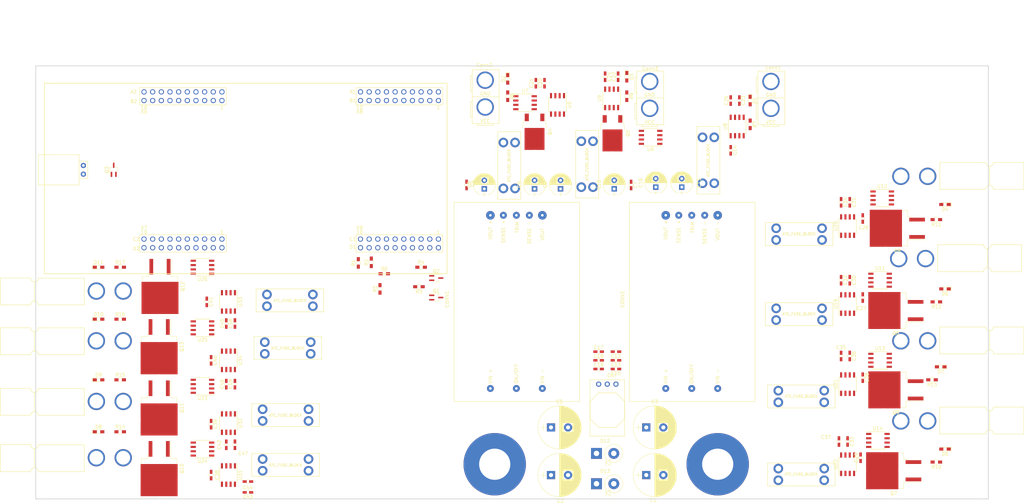
<source format=kicad_pcb>
(kicad_pcb (version 20171130) (host pcbnew "(5.0.0)")
  (layers (0 F.Cu signal) (1 UM.Cu signal) (2 BM.Cu signal) (31 B.Cu signal) (34 B.Paste user) (35 F.Paste user) (36 B.SilkS user) (37 F.SilkS user) (38 B.Mask user) (39 F.Mask user) (44 Edge.Cuts user))
  (net 0 "")
  (net 1 3.3V)
  (net 2 VMEAS-VBATT)
  (net 3 LOGIC\COM-CTL)
  (net 4 ACT-CTL)
  (net 5 "Net-(3V3FAN1-Pad1)")
  (net 6 "Net-(CONV1-Pad2)")
  (net 7 "Net-(CONV2-Pad2)")
  (net 8 FAN-CTL)
  (net 9 "Net-(Q4-Pad3)")
  (net 10 "Net-(Q4-Pad2)")
  (net 11 "Net-(Q4-Pad1)")
  (net 12 "Net-(Q5-Pad1)")
  (net 13 "Net-(Q5-Pad2)")
  (net 14 "Net-(Q5-Pad3)")
  (net 15 "Net-(U1-PadPM6)")
  (net 16 "Net-(U1-PadPQ1)")
  (net 17 "Net-(U1-PadPQ2)")
  (net 18 IMEAS-M4)
  (net 19 "Net-(U1-PadPQ3)")
  (net 20 "Net-(U1-PadPP3)")
  (net 21 "Net-(U1-PadPQ0)")
  (net 22 "Net-(U1-PadPA4)")
  (net 23 "Net-(U1-PadRese)")
  (net 24 "Net-(U1-PadPA7)")
  (net 25 "Net-(U1-PadPN5)")
  (net 26 IMEAS-M2)
  (net 27 IMEAS-M3)
  (net 28 IMEAS-M6)
  (net 29 IMEAS-M5)
  (net 30 IMEAS-M1)
  (net 31 "Net-(U1-PadPA5)")
  (net 32 "Net-(U1-PadPD2)")
  (net 33 "Net-(U1-PadPP0)")
  (net 34 "Net-(U1-PadPP1)")
  (net 35 "Net-(U1-PadPD4)")
  (net 36 "Net-(U1-PadPD5)")
  (net 37 "Net-(U1-PadPP4)")
  (net 38 "Net-(U1-PadPN4)")
  (net 39 "Net-(U1-PadPG1)")
  (net 40 "Net-(U1-PadPK4)")
  (net 41 SIG-AUX)
  (net 42 SIG-M7)
  (net 43 SIG-M6)
  (net 44 SIG-M5)
  (net 45 SIG-M4)
  (net 46 SIG-M3)
  (net 47 SIG-M2)
  (net 48 SIG-M1)
  (net 49 "Net-(U1-PadPM7)")
  (net 50 "Net-(U1-PadPP5)")
  (net 51 IMEAS-LOGIC)
  (net 52 IMEAS-COM)
  (net 53 IMEAS-ACT)
  (net 54 IMEAS-M7)
  (net 55 "Net-(U1-PadPD7)")
  (net 56 "Net-(U1-PadPA6)")
  (net 57 "Net-(U1-PadPM4)")
  (net 58 "Net-(U1-PadPM5)")
  (net 59 "Net-(U1-PadPE4)")
  (net 60 "Net-(U1-PadPC6)")
  (net 61 "Net-(U1-PadPD3)")
  (net 62 "Net-(U1-PadPC7)")
  (net 63 "Net-(U1-PadPB2)")
  (net 64 "Net-(U1-PadPB3)")
  (net 65 "Net-(U1-PadPF1)")
  (net 66 "Net-(U1-PadPF2)")
  (net 67 "Net-(U1-PadPF3)")
  (net 68 "Net-(U1-PadPG0)")
  (net 69 "Net-(U1-PadPL4)")
  (net 70 "Net-(U1-PadPL5)")
  (net 71 "Net-(U1-PadPL0)")
  (net 72 "Net-(U1-PadPL1)")
  (net 73 "Net-(U1-PadPL2)")
  (net 74 "Net-(U1-PadPL3)")
  (net 75 LOGIC-SIG)
  (net 76 "Net-(U1-PadPH3)")
  (net 77 COM-SIG)
  (net 78 IMEAS-AUX)
  (net 79 "Net-(U1-PadPN2)")
  (net 80 "Net-(U5-Pad2)")
  (net 81 "Net-(U5-Pad3)")
  (net 82 "Net-(U6-Pad3)")
  (net 83 "Net-(U6-Pad2)")
  (net 84 "Net-(U11-Pad3)")
  (net 85 "Net-(U11-Pad2)")
  (net 86 "Net-(U12-Pad2)")
  (net 87 "Net-(U12-Pad3)")
  (net 88 "Net-(U13-Pad2)")
  (net 89 "Net-(U13-Pad3)")
  (net 90 "Net-(U14-Pad2)")
  (net 91 "Net-(U14-Pad3)")
  (net 92 "Net-(U23-Pad2)")
  (net 93 "Net-(U23-Pad3)")
  (net 94 "Net-(U24-Pad3)")
  (net 95 "Net-(U24-Pad2)")
  (net 96 "Net-(U25-Pad3)")
  (net 97 "Net-(U25-Pad2)")
  (net 98 "Net-(U26-Pad3)")
  (net 99 "Net-(U26-Pad2)")
  (net 100 "Net-(CONV1-Pad6)")
  (net 101 "Net-(CONV2-Pad6)")
  (net 102 "Net-(U15-Pad2)")
  (net 103 "Net-(U16-Pad2)")
  (net 104 "Net-(U17-Pad2)")
  (net 105 "Net-(U18-Pad2)")
  (net 106 "Net-(U27-Pad2)")
  (net 107 "Net-(U28-Pad2)")
  (net 108 "Net-(U29-Pad2)")
  (net 109 "Net-(U30-Pad2)")
  (net 110 GND)
  (net 111 PVDD)
  (net 112 "Net-(U1-PadPC4)")
  (net 113 "Net-(U1-PadPC5)")
  (net 114 "Net-(U1-Pad+5V)")
  (net 115 "Net-(C10-Pad1)")
  (net 116 "Net-(C11-Pad1)")
  (net 117 "Net-(C14-Pad1)")
  (net 118 "Net-(C20-Pad1)")
  (net 119 "Net-(C22-Pad1)")
  (net 120 "Net-(C23-Pad1)")
  (net 121 "Net-(C26-Pad1)")
  (net 122 "Net-(C27-Pad1)")
  (net 123 "Net-(C28-Pad1)")
  (net 124 "Net-(C29-Pad1)")
  (net 125 "Net-(C30-Pad2)")
  (net 126 "Net-(C31-Pad2)")
  (net 127 "Net-(C33-Pad2)")
  (net 128 "Net-(C36-Pad2)")
  (net 129 "Net-(C38-Pad1)")
  (net 130 "Net-(C39-Pad1)")
  (net 131 "Net-(C40-Pad1)")
  (net 132 "Net-(C41-Pad1)")
  (net 133 "Net-(C42-Pad2)")
  (net 134 "Net-(C44-Pad2)")
  (net 135 "Net-(C45-Pad2)")
  (net 136 "Net-(C46-Pad2)")
  (net 137 "Net-(Conn1-Pad2)")
  (net 138 "Net-(Conn2-Pad2)")
  (net 139 "Net-(Conn3-Pad2)")
  (net 140 "Net-(Conn4-Pad2)")
  (net 141 "Net-(Conn5-Pad2)")
  (net 142 "Net-(Conn6-Pad2)")
  (net 143 "Net-(Conn7-Pad2)")
  (net 144 "Net-(Conn8-Pad2)")
  (net 145 "Net-(Conn9-Pad2)")
  (net 146 "Net-(Conn10-Pad2)")
  (net 147 "Net-(Conn11-Pad2)")
  (net 148 "Net-(D1-Pad2)")
  (net 149 "Net-(D2-Pad2)")
  (net 150 "Net-(D3-Pad2)")
  (net 151 "Net-(D4-Pad2)")
  (net 152 "Net-(D5-Pad2)")
  (net 153 "Net-(D6-Pad2)")
  (net 154 "Net-(D7-Pad2)")
  (net 155 "Net-(D8-Pad2)")
  (net 156 "Net-(D9-Pad2)")
  (net 157 "Net-(D10-Pad2)")
  (net 158 "Net-(D11-Pad2)")
  (net 159 "Net-(Q1-Pad1)")
  (net 160 "Net-(Q2-Pad1)")
  (net 161 "Net-(Q6-Pad1)")
  (net 162 "Net-(Q7-Pad1)")
  (net 163 "Net-(Q8-Pad1)")
  (net 164 "Net-(Q9-Pad1)")
  (net 165 "Net-(Q10-Pad1)")
  (net 166 "Net-(Q11-Pad1)")
  (net 167 "Net-(Q12-Pad1)")
  (net 168 "Net-(Q13-Pad1)")
  (module Resistors_SMD:R_0603_HandSoldering (layer F.Cu) (at 186.055 21.59 270)
    (fp_text reference R9 (at 0 -1.45 270) (layer F.SilkS))
    (fp_text value 1k)
    (pad 2 smd rect (at 1.1 0 270) (size 1.2 0.9) (layers F.Cu F.Paste F.Mask) (net 139 "Net-(Conn3-Pad2)"))
    (pad 1 smd rect (at -1.1 0 270) (size 1.2 0.9) (layers F.Cu F.Paste F.Mask) (net 150 "Net-(D3-Pad2)"))
  )
  (module Capacitors_SMD:C_0603_HandSoldering (layer F.Cu) (at 182.88 101.6 180)
    (fp_text reference C15 (at 0 -1.25 180) (layer F.SilkS))
    (fp_text value 0.1u)
    (pad 2 smd rect (at 0.95 0 180) (size 1.2 0.75) (layers F.Cu F.Paste F.Mask) (net 110 GND))
    (pad 1 smd rect (at -0.95 0 180) (size 1.2 0.75) (layers F.Cu F.Paste F.Mask) (net 1 3.3V))
  )
  (module Capacitors_SMD:C_0603_HandSoldering (layer F.Cu) (at 177.8 101.6)
    (fp_text reference C19 (at 0 -1.25) (layer F.SilkS))
    (fp_text value 0.1u)
    (pad 2 smd rect (at 0.95 0) (size 1.2 0.75) (layers F.Cu F.Paste F.Mask) (net 110 GND))
    (pad 1 smd rect (at -0.95 0) (size 1.2 0.75) (layers F.Cu F.Paste F.Mask) (net 111 PVDD))
  )
  (module Capacitors_SMD:C_0603_HandSoldering (layer F.Cu) (at 159.385 17.78 270)
    (fp_text reference C21 (at 0 1.27 270) (layer F.SilkS))
    (fp_text value 0.1u)
    (pad 2 smd rect (at 0.95 0 270) (size 1.2 0.75) (layers F.Cu F.Paste F.Mask) (net 1 3.3V))
    (pad 1 smd rect (at -0.95 0 270) (size 1.2 0.75) (layers F.Cu F.Paste F.Mask) (net 110 GND))
  )
  (module Capacitors_SMD:C_0603_HandSoldering (layer F.Cu) (at 179.705 15.875 270)
    (fp_text reference C24 (at 0 -1.25 90) (layer F.SilkS))
    (fp_text value 0.1u)
    (pad 1 smd rect (at -0.95 0 270) (size 1.2 0.75) (layers F.Cu F.Paste F.Mask) (net 110 GND))
    (pad 2 smd rect (at 0.95 0 270) (size 1.2 0.75) (layers F.Cu F.Paste F.Mask) (net 1 3.3V))
  )
  (module Capacitors_SMD:C_0603_HandSoldering (layer F.Cu) (at 216.535 22.86 270)
    (fp_text reference C25 (at 0 1.27 270) (layer F.SilkS))
    (fp_text value 0.1u)
    (pad 1 smd rect (at -0.95 0 270) (size 1.2 0.75) (layers F.Cu F.Paste F.Mask) (net 110 GND))
    (pad 2 smd rect (at 0.95 0 270) (size 1.2 0.75) (layers F.Cu F.Paste F.Mask) (net 1 3.3V))
  )
  (module Capacitors_SMD:C_0603_HandSoldering (layer F.Cu) (at 255.27 57.465 90)
    (fp_text reference C26 (at -2.667 0.254 180) (layer F.SilkS))
    (fp_text value 0.1)
    (pad 1 smd rect (at -0.95 0 90) (size 1.2 0.75) (layers F.Cu F.Paste F.Mask) (net 121 "Net-(C26-Pad1)"))
    (pad 2 smd rect (at 0.95 0 90) (size 1.2 0.75) (layers F.Cu F.Paste F.Mask) (net 110 GND))
  )
  (module Capacitors_SMD:C_0603_HandSoldering (layer F.Cu) (at 255.27 80.645 90)
    (fp_text reference C27 (at -3.175 -0.381 180) (layer F.SilkS))
    (fp_text value 0.1u)
    (pad 1 smd rect (at -0.95 0 90) (size 1.2 0.75) (layers F.Cu F.Paste F.Mask) (net 122 "Net-(C27-Pad1)"))
    (pad 2 smd rect (at 0.95 0 90) (size 1.2 0.75) (layers F.Cu F.Paste F.Mask) (net 110 GND))
  )
  (module Capacitors_SMD:C_0603_HandSoldering (layer F.Cu) (at 255.27 104.14 270)
    (fp_text reference C28 (at 0 -1.25 270) (layer F.SilkS))
    (fp_text value 0.1u)
    (pad 1 smd rect (at -0.95 0 270) (size 1.2 0.75) (layers F.Cu F.Paste F.Mask) (net 123 "Net-(C28-Pad1)"))
    (pad 2 smd rect (at 0.95 0 270) (size 1.2 0.75) (layers F.Cu F.Paste F.Mask) (net 110 GND))
  )
  (module Capacitors_SMD:C_0603_HandSoldering (layer F.Cu) (at 254.635 127.635 90)
    (fp_text reference C29 (at 0 -1.25 90) (layer F.SilkS))
    (fp_text value 0.1u)
    (pad 2 smd rect (at 0.95 0 90) (size 1.2 0.75) (layers F.Cu F.Paste F.Mask) (net 110 GND))
    (pad 1 smd rect (at -0.95 0 90) (size 1.2 0.75) (layers F.Cu F.Paste F.Mask) (net 124 "Net-(C29-Pad1)"))
  )
  (module Capacitors_SMD:C_0603_HandSoldering (layer F.Cu) (at 248.92 75.565 270)
    (fp_text reference C32 (at 0 -1.25 270) (layer F.SilkS))
    (fp_text value 0.1u)
    (pad 1 smd rect (at -0.95 0 270) (size 1.2 0.75) (layers F.Cu F.Paste F.Mask) (net 110 GND))
    (pad 2 smd rect (at 0.95 0 270) (size 1.2 0.75) (layers F.Cu F.Paste F.Mask) (net 1 3.3V))
  )
  (module Capacitors_SMD:C_0603_HandSoldering (layer F.Cu) (at 248.92 52.705 270)
    (fp_text reference C34 (at 0 -1.25 270) (layer F.SilkS))
    (fp_text value 0.1u)
    (pad 1 smd rect (at -0.95 0 270) (size 1.2 0.75) (layers F.Cu F.Paste F.Mask) (net 110 GND))
    (pad 2 smd rect (at 0.95 0 270) (size 1.2 0.75) (layers F.Cu F.Paste F.Mask) (net 1 3.3V))
  )
  (module Capacitors_SMD:C_0603_HandSoldering (layer F.Cu) (at 248.92 97.79 270)
    (fp_text reference C35 (at -2.54 0) (layer F.SilkS))
    (fp_text value 0.1u)
    (pad 2 smd rect (at 0.95 0 270) (size 1.2 0.75) (layers F.Cu F.Paste F.Mask) (net 1 3.3V))
    (pad 1 smd rect (at -0.95 0 270) (size 1.2 0.75) (layers F.Cu F.Paste F.Mask) (net 110 GND))
  )
  (module Capacitors_SMD:C_0603_HandSoldering (layer F.Cu) (at 248.285 122.875 270)
    (fp_text reference C37 (at -1.27 3.81) (layer F.SilkS))
    (fp_text value 0.1u)
    (pad 2 smd rect (at 0.95 0 270) (size 1.2 0.75) (layers F.Cu F.Paste F.Mask) (net 1 3.3V))
    (pad 1 smd rect (at -0.95 0 270) (size 1.2 0.75) (layers F.Cu F.Paste F.Mask) (net 110 GND))
  )
  (module Capacitors_SMD:C_0603_HandSoldering (layer F.Cu) (at 64.135 132.715 270)
    (fp_text reference C38 (at 0 -1.778 270) (layer F.SilkS))
    (fp_text value 0.1u)
    (pad 2 smd rect (at 0.95 0 270) (size 1.2 0.75) (layers F.Cu F.Paste F.Mask) (net 110 GND))
    (pad 1 smd rect (at -0.95 0 270) (size 1.2 0.75) (layers F.Cu F.Paste F.Mask) (net 129 "Net-(C38-Pad1)"))
  )
  (module Capacitors_SMD:C_0603_HandSoldering (layer F.Cu) (at 64.135 117.79 270)
    (fp_text reference C39 (at 0 -1.25 270) (layer F.SilkS))
    (fp_text value 0.1u)
    (pad 1 smd rect (at -0.95 0 270) (size 1.2 0.75) (layers F.Cu F.Paste F.Mask) (net 130 "Net-(C39-Pad1)"))
    (pad 2 smd rect (at 0.95 0 270) (size 1.2 0.75) (layers F.Cu F.Paste F.Mask) (net 110 GND))
  )
  (module Capacitors_SMD:C_0603_HandSoldering (layer F.Cu) (at 64.135 99.06 270)
    (fp_text reference C40 (at 0 -1.25 270) (layer F.SilkS))
    (fp_text value 0.1u)
    (pad 1 smd rect (at -0.95 0 270) (size 1.2 0.75) (layers F.Cu F.Paste F.Mask) (net 131 "Net-(C40-Pad1)"))
    (pad 2 smd rect (at 0.95 0 270) (size 1.2 0.75) (layers F.Cu F.Paste F.Mask) (net 110 GND))
  )
  (module Capacitors_SMD:C_0603_HandSoldering (layer F.Cu) (at 62.865 81.915 270)
    (fp_text reference C41 (at 0 -1.25 270) (layer F.SilkS))
    (fp_text value 0.1u)
    (pad 2 smd rect (at 0.95 0 270) (size 1.2 0.75) (layers F.Cu F.Paste F.Mask) (net 110 GND))
    (pad 1 smd rect (at -0.95 0 270) (size 1.2 0.75) (layers F.Cu F.Paste F.Mask) (net 132 "Net-(C41-Pad1)"))
  )
  (module Capacitors_SMD:C_0603_HandSoldering (layer F.Cu) (at 74.93 137.795 180)
    (fp_text reference C43 (at 0 -1.25 180) (layer F.SilkS))
    (fp_text value 0.1u)
    (pad 1 smd rect (at -0.95 0 180) (size 1.2 0.75) (layers F.Cu F.Paste F.Mask) (net 110 GND))
    (pad 2 smd rect (at 0.95 0 180) (size 1.2 0.75) (layers F.Cu F.Paste F.Mask) (net 1 3.3V))
  )
  (module Capacitors_SMD:C_0603_HandSoldering (layer F.Cu) (at 71.12 123.825 90)
    (fp_text reference C47 (at -2.54 2.413 180) (layer F.SilkS))
    (fp_text value 0.1u)
    (pad 2 smd rect (at 0.95 0 90) (size 1.2 0.75) (layers F.Cu F.Paste F.Mask) (net 1 3.3V))
    (pad 1 smd rect (at -0.95 0 90) (size 1.2 0.75) (layers F.Cu F.Paste F.Mask) (net 110 GND))
  )
  (module Capacitors_SMD:C_0603_HandSoldering (layer F.Cu) (at 71.12 88.265 90)
    (fp_text reference C48 (at 0 -1.25 90) (layer F.SilkS))
    (fp_text value 0.1u)
    (pad 1 smd rect (at -0.95 0 90) (size 1.2 0.75) (layers F.Cu F.Paste F.Mask) (net 110 GND))
    (pad 2 smd rect (at 0.95 0 90) (size 1.2 0.75) (layers F.Cu F.Paste F.Mask) (net 1 3.3V))
  )
  (module Capacitors_SMD:C_0603_HandSoldering (layer F.Cu) (at 71.12 106.045 90)
    (fp_text reference C49 (at 0 -1.25 90) (layer F.SilkS))
    (fp_text value 0.1u)
    (pad 1 smd rect (at -0.95 0 90) (size 1.2 0.75) (layers F.Cu F.Paste F.Mask) (net 110 GND))
    (pad 2 smd rect (at 0.95 0 90) (size 1.2 0.75) (layers F.Cu F.Paste F.Mask) (net 1 3.3V))
  )
  (module Diodes_THT:D_DO-201AD_P5.08mm_Vertical_KathodeUp (layer F.Cu) (at 177.165 126.365)
    (fp_text reference D12 (at 2.54 -3.66) (layer F.SilkS))
    (fp_text value 1.5KE36)
    (pad 1 thru_hole rect (at 0 0) (size 3.2 3.2) (drill 1.6) (layers *.Cu *.Mask) (net 111 PVDD))
    (pad 2 thru_hole oval (at 5.08 0) (size 3.2 3.2) (drill 1.6) (layers *.Cu *.Mask) (net 110 GND))
  )
  (module Diodes_THT:D_DO-201AD_P5.08mm_Vertical_KathodeUp (layer F.Cu) (at 177.165 135.255)
    (fp_text reference D13 (at 2.54 -3.66) (layer F.SilkS))
    (fp_text value 1.5KE36)
    (pad 2 thru_hole oval (at 5.08 0) (size 3.2 3.2) (drill 1.6) (layers *.Cu *.Mask) (net 110 GND))
    (pad 1 thru_hole rect (at 0 0) (size 3.2 3.2) (drill 1.6) (layers *.Cu *.Mask) (net 111 PVDD))
  )
  (module Resistors_SMD:R_0603_HandSoldering (layer F.Cu) (at 125.095 77.47 180)
    (fp_text reference R3 (at 0 -1.45 180) (layer F.SilkS))
    (fp_text value 100k)
    (pad 1 smd rect (at -1.1 0 180) (size 1.2 0.9) (layers F.Cu F.Paste F.Mask) (net 159 "Net-(Q1-Pad1)"))
    (pad 2 smd rect (at 1.1 0 180) (size 1.2 0.9) (layers F.Cu F.Paste F.Mask) (net 110 GND))
  )
  (module Resistors_SMD:R_0603_HandSoldering (layer F.Cu) (at 125.73 71.755)
    (fp_text reference R4 (at 0 -1.45) (layer F.SilkS))
    (fp_text value 100k)
    (pad 2 smd rect (at 1.1 0) (size 1.2 0.9) (layers F.Cu F.Paste F.Mask) (net 160 "Net-(Q2-Pad1)"))
    (pad 1 smd rect (at -1.1 0) (size 1.2 0.9) (layers F.Cu F.Paste F.Mask) (net 110 GND))
  )
  (module Resistors_SMD:R_0603_HandSoldering (layer F.Cu) (at 113.665 78.105 90)
    (fp_text reference R5 (at 0 -1.45 90) (layer F.SilkS))
    (fp_text value 100k)
    (pad 2 smd rect (at 1.1 0 90) (size 1.2 0.9) (layers F.Cu F.Paste F.Mask) (net 2 VMEAS-VBATT))
    (pad 1 smd rect (at -1.1 0 90) (size 1.2 0.9) (layers F.Cu F.Paste F.Mask) (net 111 PVDD))
  )
  (module Resistors_SMD:R_0603_HandSoldering (layer F.Cu) (at 114.935 73.66)
    (fp_text reference R6 (at 0 -1.45) (layer F.SilkS))
    (fp_text value 10k)
    (pad 1 smd rect (at -1.1 0) (size 1.2 0.9) (layers F.Cu F.Paste F.Mask) (net 2 VMEAS-VBATT))
    (pad 2 smd rect (at 1.1 0) (size 1.2 0.9) (layers F.Cu F.Paste F.Mask) (net 110 GND))
  )
  (module Capacitors_SMD:C_0603_HandSoldering (layer F.Cu) (at 182.88 99.06 180)
    (fp_text reference C13 (at 0 -1.25 180) (layer F.SilkS))
    (fp_text value 10u)
    (pad 2 smd rect (at 0.95 0 180) (size 1.2 0.75) (layers F.Cu F.Paste F.Mask) (net 110 GND))
    (pad 1 smd rect (at -0.95 0 180) (size 1.2 0.75) (layers F.Cu F.Paste F.Mask) (net 1 3.3V))
  )
  (module Capacitors_SMD:C_0603_HandSoldering (layer F.Cu) (at 177.8 99.06)
    (fp_text reference C18 (at 0 -1.25) (layer F.SilkS))
    (fp_text value 10u)
    (pad 1 smd rect (at -0.95 0) (size 1.2 0.75) (layers F.Cu F.Paste F.Mask) (net 111 PVDD))
    (pad 2 smd rect (at 0.95 0) (size 1.2 0.75) (layers F.Cu F.Paste F.Mask) (net 110 GND))
  )
  (module Resistors_SMD:R_0603_HandSoldering (layer F.Cu) (at 107.315 70.485 90)
    (fp_text reference R1 (at 0 -1.45 90) (layer F.SilkS))
    (fp_text value 1k)
    (pad 2 smd rect (at 1.1 0 90) (size 1.2 0.9) (layers F.Cu F.Paste F.Mask) (net 3 LOGIC\COM-CTL))
    (pad 1 smd rect (at -1.1 0 90) (size 1.2 0.9) (layers F.Cu F.Paste F.Mask) (net 159 "Net-(Q1-Pad1)"))
  )
  (module Resistors_SMD:R_0603_HandSoldering (layer F.Cu) (at 111.125 70.315 90)
    (fp_text reference R2 (at 0 -1.45 90) (layer F.SilkS))
    (fp_text value 1k)
    (pad 1 smd rect (at -1.1 0 90) (size 1.2 0.9) (layers F.Cu F.Paste F.Mask) (net 160 "Net-(Q2-Pad1)"))
    (pad 2 smd rect (at 1.1 0 90) (size 1.2 0.9) (layers F.Cu F.Paste F.Mask) (net 4 ACT-CTL))
  )
  (module Resistors_SMD:R_0603_HandSoldering (layer F.Cu) (at 222.25 29.845 270)
    (fp_text reference R7 (at 0 -1.45 270) (layer F.SilkS))
    (fp_text value 1k)
    (pad 2 smd rect (at 1.1 0 270) (size 1.2 0.9) (layers F.Cu F.Paste F.Mask) (net 137 "Net-(Conn1-Pad2)"))
    (pad 1 smd rect (at -1.1 0 270) (size 1.2 0.9) (layers F.Cu F.Paste F.Mask) (net 148 "Net-(D1-Pad2)"))
  )
  (module Resistors_SMD:R_0603_HandSoldering (layer F.Cu) (at 151.13 21.59 270)
    (fp_text reference R8 (at 0 -1.45 270) (layer F.SilkS))
    (fp_text value 1k)
    (pad 2 smd rect (at 1.1 0 270) (size 1.2 0.9) (layers F.Cu F.Paste F.Mask) (net 138 "Net-(Conn2-Pad2)"))
    (pad 1 smd rect (at -1.1 0 270) (size 1.2 0.9) (layers F.Cu F.Paste F.Mask) (net 149 "Net-(D2-Pad2)"))
  )
  (module Capacitors_THT:CP_Radial_D12.5mm_P5.00mm (layer F.Cu) (at 191.77 132.715)
    (fp_text reference C1 (at 2.032 7.366) (layer F.SilkS))
    (fp_text value 1m)
    (pad 2 thru_hole circle (at 5 0) (size 2.4 2.4) (drill 1.2) (layers *.Cu *.Mask) (net 110 GND))
    (pad 1 thru_hole rect (at 0 0) (size 2.4 2.4) (drill 1.2) (layers *.Cu *.Mask) (net 111 PVDD))
  )
  (module Capacitors_THT:CP_Radial_D12.5mm_P5.00mm (layer F.Cu) (at 163.83 132.715)
    (fp_text reference C2 (at 2.794 7.62) (layer F.SilkS))
    (fp_text value 1m)
    (pad 1 thru_hole rect (at 0 0) (size 2.4 2.4) (drill 1.2) (layers *.Cu *.Mask) (net 111 PVDD))
    (pad 2 thru_hole circle (at 5 0) (size 2.4 2.4) (drill 1.2) (layers *.Cu *.Mask) (net 110 GND))
  )
  (module Capacitors_THT:CP_Radial_D12.5mm_P5.00mm (layer F.Cu) (at 191.77 118.745)
    (fp_text reference C3 (at 2.5 -7.56) (layer F.SilkS))
    (fp_text value 1m)
    (pad 2 thru_hole circle (at 5 0) (size 2.4 2.4) (drill 1.2) (layers *.Cu *.Mask) (net 110 GND))
    (pad 1 thru_hole rect (at 0 0) (size 2.4 2.4) (drill 1.2) (layers *.Cu *.Mask) (net 111 PVDD))
  )
  (module Capacitors_THT:CP_Radial_D12.5mm_P5.00mm (layer F.Cu) (at 163.83 118.745)
    (fp_text reference C5 (at 2.5 -7.56) (layer F.SilkS))
    (fp_text value 1m)
    (pad 1 thru_hole rect (at 0 0) (size 2.4 2.4) (drill 1.2) (layers *.Cu *.Mask) (net 111 PVDD))
    (pad 2 thru_hole circle (at 5 0) (size 2.4 2.4) (drill 1.2) (layers *.Cu *.Mask) (net 110 GND))
  )
  (module Capacitors_SMD:C_0603_HandSoldering (layer F.Cu) (at 182.88 96.52 180)
    (fp_text reference C12 (at 0 -1.25 180) (layer F.SilkS))
    (fp_text value 1n)
    (pad 2 smd rect (at 0.95 0 180) (size 1.2 0.75) (layers F.Cu F.Paste F.Mask) (net 110 GND))
    (pad 1 smd rect (at -0.95 0 180) (size 1.2 0.75) (layers F.Cu F.Paste F.Mask) (net 1 3.3V))
  )
  (module Capacitors_SMD:C_0603_HandSoldering (layer F.Cu) (at 177.8 96.52)
    (fp_text reference C17 (at 0 -1.25) (layer F.SilkS))
    (fp_text value 1n)
    (pad 1 smd rect (at -0.95 0) (size 1.2 0.75) (layers F.Cu F.Paste F.Mask) (net 111 PVDD))
    (pad 2 smd rect (at 0.95 0) (size 1.2 0.75) (layers F.Cu F.Paste F.Mask) (net 110 GND))
  )
  (module Capacitors_SMD:C_0603_HandSoldering (layer F.Cu) (at 161.925 17.78 90)
    (fp_text reference C20 (at 0 -1.25 90) (layer F.SilkS))
    (fp_text value 1n)
    (pad 1 smd rect (at -0.95 0 90) (size 1.2 0.75) (layers F.Cu F.Paste F.Mask) (net 118 "Net-(C20-Pad1)"))
    (pad 2 smd rect (at 0.95 0 90) (size 1.2 0.75) (layers F.Cu F.Paste F.Mask) (net 110 GND))
  )
  (module Capacitors_SMD:C_0603_HandSoldering (layer F.Cu) (at 183.515 15.875 90)
    (fp_text reference C22 (at 0 -1.25 90) (layer F.SilkS))
    (fp_text value 1n)
    (pad 2 smd rect (at 0.95 0 90) (size 1.2 0.75) (layers F.Cu F.Paste F.Mask) (net 110 GND))
    (pad 1 smd rect (at -0.95 0 90) (size 1.2 0.75) (layers F.Cu F.Paste F.Mask) (net 119 "Net-(C22-Pad1)"))
  )
  (module Capacitors_SMD:C_0603_HandSoldering (layer F.Cu) (at 219.075 22.86 90)
    (fp_text reference C23 (at 0 1.143 90) (layer F.SilkS))
    (fp_text value 1n)
    (pad 2 smd rect (at 0.95 0 90) (size 1.2 0.75) (layers F.Cu F.Paste F.Mask) (net 110 GND))
    (pad 1 smd rect (at -0.95 0 90) (size 1.2 0.75) (layers F.Cu F.Paste F.Mask) (net 120 "Net-(C23-Pad1)"))
  )
  (module Capacitors_SMD:C_0603_HandSoldering (layer F.Cu) (at 251.46 75.565 270)
    (fp_text reference C30 (at 0 -1.25 270) (layer F.SilkS))
    (fp_text value 1n)
    (pad 2 smd rect (at 0.95 0 270) (size 1.2 0.75) (layers F.Cu F.Paste F.Mask) (net 125 "Net-(C30-Pad2)"))
    (pad 1 smd rect (at -0.95 0 270) (size 1.2 0.75) (layers F.Cu F.Paste F.Mask) (net 110 GND))
  )
  (module Capacitors_SMD:C_0603_HandSoldering (layer F.Cu) (at 251.46 52.705 270)
    (fp_text reference C31 (at 0 -1.25 270) (layer F.SilkS))
    (fp_text value 1n)
    (pad 2 smd rect (at 0.95 0 270) (size 1.2 0.75) (layers F.Cu F.Paste F.Mask) (net 126 "Net-(C31-Pad2)"))
    (pad 1 smd rect (at -0.95 0 270) (size 1.2 0.75) (layers F.Cu F.Paste F.Mask) (net 110 GND))
  )
  (module Capacitors_SMD:C_0603_HandSoldering (layer F.Cu) (at 250.825 122.87 270)
    (fp_text reference C33 (at 0 -1.25 270) (layer F.SilkS))
    (fp_text value 1n)
    (pad 1 smd rect (at -0.95 0 270) (size 1.2 0.75) (layers F.Cu F.Paste F.Mask) (net 110 GND))
    (pad 2 smd rect (at 0.95 0 270) (size 1.2 0.75) (layers F.Cu F.Paste F.Mask) (net 127 "Net-(C33-Pad2)"))
  )
  (module Capacitors_SMD:C_0603_HandSoldering (layer F.Cu) (at 251.46 97.79 270)
    (fp_text reference C36 (at 0 -1.25 270) (layer F.SilkS))
    (fp_text value 1n)
    (pad 1 smd rect (at -0.95 0 270) (size 1.2 0.75) (layers F.Cu F.Paste F.Mask) (net 110 GND))
    (pad 2 smd rect (at 0.95 0 270) (size 1.2 0.75) (layers F.Cu F.Paste F.Mask) (net 128 "Net-(C36-Pad2)"))
  )
  (module Capacitors_SMD:C_0603_HandSoldering (layer F.Cu) (at 68.58 123.825 90)
    (fp_text reference C42 (at 0 -2.032 90) (layer F.SilkS))
    (fp_text value 1n)
    (pad 1 smd rect (at -0.95 0 90) (size 1.2 0.75) (layers F.Cu F.Paste F.Mask) (net 110 GND))
    (pad 2 smd rect (at 0.95 0 90) (size 1.2 0.75) (layers F.Cu F.Paste F.Mask) (net 133 "Net-(C42-Pad2)"))
  )
  (module Capacitors_SMD:C_0603_HandSoldering (layer F.Cu) (at 74.93 134.62 180)
    (fp_text reference C44 (at 0 -1.778 180) (layer F.SilkS))
    (fp_text value 1n)
    (pad 2 smd rect (at 0.95 0 180) (size 1.2 0.75) (layers F.Cu F.Paste F.Mask) (net 134 "Net-(C44-Pad2)"))
    (pad 1 smd rect (at -0.95 0 180) (size 1.2 0.75) (layers F.Cu F.Paste F.Mask) (net 110 GND))
  )
  (module Capacitors_SMD:C_0603_HandSoldering (layer F.Cu) (at 68.58 88.265 90)
    (fp_text reference C45 (at 0 -1.25 90) (layer F.SilkS))
    (fp_text value 1n)
    (pad 2 smd rect (at 0.95 0 90) (size 1.2 0.75) (layers F.Cu F.Paste F.Mask) (net 135 "Net-(C45-Pad2)"))
    (pad 1 smd rect (at -0.95 0 90) (size 1.2 0.75) (layers F.Cu F.Paste F.Mask) (net 110 GND))
  )
  (module Capacitors_SMD:C_0603_HandSoldering (layer F.Cu) (at 68.58 106.045 90)
    (fp_text reference C46 (at 0 -1.25 90) (layer F.SilkS))
    (fp_text value 1n)
    (pad 2 smd rect (at 0.95 0 90) (size 1.2 0.75) (layers F.Cu F.Paste F.Mask) (net 136 "Net-(C46-Pad2)"))
    (pad 1 smd rect (at -0.95 0 90) (size 1.2 0.75) (layers F.Cu F.Paste F.Mask) (net 110 GND))
  )
  (module Capacitors_SMD:C_0603_HandSoldering (layer F.Cu) (at 139.065 47.625 90)
    (fp_text reference C4 (at 0.442 1.778 90) (layer F.SilkS))
    (fp_text value 2.2u)
    (pad 2 smd rect (at 0.95 0 90) (size 1.2 0.75) (layers F.Cu F.Paste F.Mask) (net 110 GND))
    (pad 1 smd rect (at -0.95 0 90) (size 1.2 0.75) (layers F.Cu F.Paste F.Mask) (net 115 "Net-(C10-Pad1)"))
  )
  (module Capacitors_SMD:C_0603_HandSoldering (layer F.Cu) (at 187.325 47.625 270)
    (fp_text reference C7 (at 0 -1.25 270) (layer F.SilkS))
    (fp_text value 2.2u)
    (pad 1 smd rect (at -0.95 0 270) (size 1.2 0.75) (layers F.Cu F.Paste F.Mask) (net 110 GND))
    (pad 2 smd rect (at 0.95 0 270) (size 1.2 0.75) (layers F.Cu F.Paste F.Mask) (net 115 "Net-(C10-Pad1)"))
  )
  (module Capacitors_SMD:C_0603_HandSoldering (layer F.Cu) (at 216.535 37.465 270)
    (fp_text reference C14 (at 0 -1.25 270) (layer F.SilkS))
    (fp_text value 2.2u)
    (pad 2 smd rect (at 0.95 0 270) (size 1.2 0.75) (layers F.Cu F.Paste F.Mask) (net 110 GND))
    (pad 1 smd rect (at -0.95 0 270) (size 1.2 0.75) (layers F.Cu F.Paste F.Mask) (net 117 "Net-(C14-Pad1)"))
  )
  (module Capacitors_THT:CP_Radial_D6.3mm_P2.50mm (layer F.Cu) (at 144.272 48.768 90)
    (fp_text reference C6 (at 1.25 -4.46 90) (layer F.SilkS))
    (fp_text value 330u)
    (pad 2 thru_hole circle (at 2.5 0 90) (size 1.6 1.6) (drill 0.8) (layers *.Cu *.Mask) (net 110 GND))
    (pad 1 thru_hole rect (at 0 0 90) (size 1.6 1.6) (drill 0.8) (layers *.Cu *.Mask) (net 115 "Net-(C10-Pad1)"))
  )
  (module Capacitors_THT:CP_Radial_D6.3mm_P2.50mm (layer F.Cu) (at 166.624 48.768 90)
    (fp_text reference C8 (at 1.25 -4.46 90) (layer F.SilkS))
    (fp_text value 330u)
    (pad 1 thru_hole rect (at 0 0 90) (size 1.6 1.6) (drill 0.8) (layers *.Cu *.Mask) (net 115 "Net-(C10-Pad1)"))
    (pad 2 thru_hole circle (at 2.5 0 90) (size 1.6 1.6) (drill 0.8) (layers *.Cu *.Mask) (net 110 GND))
  )
  (module Capacitors_THT:CP_Radial_D6.3mm_P2.50mm (layer F.Cu) (at 159.004 48.768 90)
    (fp_text reference C9 (at 1.25 -4.46 90) (layer F.SilkS))
    (fp_text value 330u)
    (pad 1 thru_hole rect (at 0 0 90) (size 1.6 1.6) (drill 0.8) (layers *.Cu *.Mask) (net 115 "Net-(C10-Pad1)"))
    (pad 2 thru_hole circle (at 2.5 0 90) (size 1.6 1.6) (drill 0.8) (layers *.Cu *.Mask) (net 110 GND))
  )
  (module Capacitors_THT:CP_Radial_D6.3mm_P2.50mm (layer F.Cu) (at 182.372 48.768 90)
    (fp_text reference C10 (at 1.25 -4.46 90) (layer F.SilkS))
    (fp_text value 330u)
    (pad 2 thru_hole circle (at 2.5 0 90) (size 1.6 1.6) (drill 0.8) (layers *.Cu *.Mask) (net 110 GND))
    (pad 1 thru_hole rect (at 0 0 90) (size 1.6 1.6) (drill 0.8) (layers *.Cu *.Mask) (net 115 "Net-(C10-Pad1)"))
  )
  (module Capacitors_THT:CP_Radial_D6.3mm_P2.50mm (layer F.Cu) (at 202.184 48.26 90)
    (fp_text reference C11 (at 1.27 5.08 90) (layer F.SilkS))
    (fp_text value 330u)
    (pad 2 thru_hole circle (at 2.5 0 90) (size 1.6 1.6) (drill 0.8) (layers *.Cu *.Mask) (net 110 GND))
    (pad 1 thru_hole rect (at 0 0 90) (size 1.6 1.6) (drill 0.8) (layers *.Cu *.Mask) (net 116 "Net-(C11-Pad1)"))
  )
  (module MRDT-Connectors:MOLEX_SL_02_Horizontal (layer F.Cu) (at 26.67 43.18 90)
    (fp_text reference 3V3FAN1 hide)
    (fp_text value Molex_SL_02)
    (pad "" np_thru_hole circle (at -2.415 -8.64 90) (size 3.45 3.45) (drill 3.45) (layers *.Cu *.Mask))
    (pad 1 thru_hole circle (at -1.27 0 90) (size 1.524 1.524) (drill 0.762) (layers *.Cu *.Mask) (net 5 "Net-(3V3FAN1-Pad1)"))
    (pad 2 thru_hole circle (at 1.27 0 90) (size 1.524 1.524) (drill 0.762) (layers *.Cu *.Mask) (net 1 3.3V))
    (pad "" np_thru_hole circle (at 2.413 -8.636 90) (size 3.45 3.45) (drill 3.45) (layers *.Cu *.Mask))
  )
  (module Resistors_SMD:R_0603_HandSoldering (layer F.Cu) (at 276.86 57.785 180)
    (fp_text reference R11 (at 0 -1.45 180) (layer F.SilkS))
    (fp_text value 5k)
    (pad 1 smd rect (at -1.1 0 180) (size 1.2 0.9) (layers F.Cu F.Paste F.Mask) (net 151 "Net-(D4-Pad2)"))
    (pad 2 smd rect (at 1.1 0 180) (size 1.2 0.9) (layers F.Cu F.Paste F.Mask) (net 140 "Net-(Conn4-Pad2)"))
  )
  (module Resistors_SMD:R_0603_HandSoldering (layer F.Cu) (at 276.86 128.905 180)
    (fp_text reference R10 (at 0 -1.45 180) (layer F.SilkS))
    (fp_text value 5k)
    (pad 1 smd rect (at -1.1 0 180) (size 1.2 0.9) (layers F.Cu F.Paste F.Mask) (net 152 "Net-(D5-Pad2)"))
    (pad 2 smd rect (at 1.1 0 180) (size 1.2 0.9) (layers F.Cu F.Paste F.Mask) (net 143 "Net-(Conn7-Pad2)"))
  )
  (module Resistors_SMD:R_0603_HandSoldering (layer F.Cu) (at 276.86 81.915 180)
    (fp_text reference R12 (at 0 -1.45 180) (layer F.SilkS))
    (fp_text value 5k)
    (pad 2 smd rect (at 1.1 0 180) (size 1.2 0.9) (layers F.Cu F.Paste F.Mask) (net 141 "Net-(Conn5-Pad2)"))
    (pad 1 smd rect (at -1.1 0 180) (size 1.2 0.9) (layers F.Cu F.Paste F.Mask) (net 153 "Net-(D6-Pad2)"))
  )
  (module Resistors_SMD:R_0603_HandSoldering (layer F.Cu) (at 275.59 104.775 180)
    (fp_text reference R13 (at 0 -1.45 180) (layer F.SilkS))
    (fp_text value 5k)
    (pad 2 smd rect (at 1.1 0 180) (size 1.2 0.9) (layers F.Cu F.Paste F.Mask) (net 142 "Net-(Conn6-Pad2)"))
    (pad 1 smd rect (at -1.1 0 180) (size 1.2 0.9) (layers F.Cu F.Paste F.Mask) (net 154 "Net-(D7-Pad2)"))
  )
  (module Resistors_SMD:R_0603_HandSoldering (layer F.Cu) (at 37.465 120.015)
    (fp_text reference R14 (at 0 -1.45) (layer F.SilkS))
    (fp_text value 5k)
    (pad 1 smd rect (at -1.1 0) (size 1.2 0.9) (layers F.Cu F.Paste F.Mask) (net 155 "Net-(D8-Pad2)"))
    (pad 2 smd rect (at 1.1 0) (size 1.2 0.9) (layers F.Cu F.Paste F.Mask) (net 147 "Net-(Conn11-Pad2)"))
  )
  (module Resistors_SMD:R_0603_HandSoldering (layer F.Cu) (at 37.465 104.775)
    (fp_text reference R15 (at 0 -1.45) (layer F.SilkS))
    (fp_text value 5k)
    (pad 1 smd rect (at -1.1 0) (size 1.2 0.9) (layers F.Cu F.Paste F.Mask) (net 156 "Net-(D9-Pad2)"))
    (pad 2 smd rect (at 1.1 0) (size 1.2 0.9) (layers F.Cu F.Paste F.Mask) (net 146 "Net-(Conn10-Pad2)"))
  )
  (module Resistors_SMD:R_0603_HandSoldering (layer F.Cu) (at 37.465 86.995)
    (fp_text reference R16 (at 0 -1.45) (layer F.SilkS))
    (fp_text value 5k)
    (pad 1 smd rect (at -1.1 0) (size 1.2 0.9) (layers F.Cu F.Paste F.Mask) (net 157 "Net-(D10-Pad2)"))
    (pad 2 smd rect (at 1.1 0) (size 1.2 0.9) (layers F.Cu F.Paste F.Mask) (net 145 "Net-(Conn9-Pad2)"))
  )
  (module Resistors_SMD:R_0603_HandSoldering (layer F.Cu) (at 37.465 71.755)
    (fp_text reference R17 (at 0 -1.45) (layer F.SilkS))
    (fp_text value 5k)
    (pad 2 smd rect (at 1.1 0) (size 1.2 0.9) (layers F.Cu F.Paste F.Mask) (net 144 "Net-(Conn8-Pad2)"))
    (pad 1 smd rect (at -1.1 0) (size 1.2 0.9) (layers F.Cu F.Paste F.Mask) (net 158 "Net-(D11-Pad2)"))
  )
  (module MRDT-Connectors:Anderson_2_Vertical (layer F.Cu) (at 274.32 45.085 180)
    (fp_text reference Conn4 hide)
    (fp_text value AndersonPP)
    (pad 1 thru_hole circle (at 0 0 180) (size 5.08 5.08) (drill 4.06) (layers *.Cu *.Mask F.Paste) (net 110 GND))
    (pad 2 thru_hole circle (at 7.874 0 180) (size 5.08 5.08) (drill 4.06) (layers *.Cu *.Mask F.Paste) (net 140 "Net-(Conn4-Pad2)"))
  )
  (module MRDT-Connectors:Anderson_2_Vertical (layer F.Cu) (at 273.685 69.215 180)
    (fp_text reference Conn5 hide)
    (fp_text value AndersonPP)
    (pad 2 thru_hole circle (at 7.874 0 180) (size 5.08 5.08) (drill 4.06) (layers *.Cu *.Mask F.Paste) (net 141 "Net-(Conn5-Pad2)"))
    (pad 1 thru_hole circle (at 0 0 180) (size 5.08 5.08) (drill 4.06) (layers *.Cu *.Mask F.Paste) (net 110 GND))
  )
  (module MRDT-Connectors:Anderson_2_Vertical (layer F.Cu) (at 274.32 93.345 180)
    (fp_text reference Conn6 hide)
    (fp_text value AndersonPP)
    (pad 2 thru_hole circle (at 7.874 0 180) (size 5.08 5.08) (drill 4.06) (layers *.Cu *.Mask F.Paste) (net 142 "Net-(Conn6-Pad2)"))
    (pad 1 thru_hole circle (at 0 0 180) (size 5.08 5.08) (drill 4.06) (layers *.Cu *.Mask F.Paste) (net 110 GND))
  )
  (module MRDT-Connectors:Anderson_2_Vertical (layer F.Cu) (at 274.32 116.84 180)
    (fp_text reference Conn7 hide)
    (fp_text value AndersonPP)
    (pad 2 thru_hole circle (at 7.874 0 180) (size 5.08 5.08) (drill 4.06) (layers *.Cu *.Mask F.Paste) (net 143 "Net-(Conn7-Pad2)"))
    (pad 1 thru_hole circle (at 0 0 180) (size 5.08 5.08) (drill 4.06) (layers *.Cu *.Mask F.Paste) (net 110 GND))
  )
  (module MRDT-Connectors:Anderson_2_Vertical (layer F.Cu) (at 30.48 78.74)
    (fp_text reference Conn8 hide)
    (fp_text value AndersonPP)
    (pad 1 thru_hole circle (at 0 0) (size 5.08 5.08) (drill 4.06) (layers *.Cu *.Mask F.Paste) (net 110 GND))
    (pad 2 thru_hole circle (at 7.874 0) (size 5.08 5.08) (drill 4.06) (layers *.Cu *.Mask F.Paste) (net 144 "Net-(Conn8-Pad2)"))
  )
  (module MRDT-Connectors:Anderson_2_Vertical (layer F.Cu) (at 30.48 93.345)
    (fp_text reference Conn9 hide)
    (fp_text value AndersonPP)
    (pad 2 thru_hole circle (at 7.874 0) (size 5.08 5.08) (drill 4.06) (layers *.Cu *.Mask F.Paste) (net 145 "Net-(Conn9-Pad2)"))
    (pad 1 thru_hole circle (at 0 0) (size 5.08 5.08) (drill 4.06) (layers *.Cu *.Mask F.Paste) (net 110 GND))
  )
  (module MRDT-Connectors:Anderson_2_Vertical (layer F.Cu) (at 30.48 111.125)
    (fp_text reference Conn10 hide)
    (fp_text value AndersonPP)
    (pad 1 thru_hole circle (at 0 0) (size 5.08 5.08) (drill 4.06) (layers *.Cu *.Mask F.Paste) (net 110 GND))
    (pad 2 thru_hole circle (at 7.874 0) (size 5.08 5.08) (drill 4.06) (layers *.Cu *.Mask F.Paste) (net 146 "Net-(Conn10-Pad2)"))
  )
  (module MRDT-Connectors:Anderson_2_Vertical (layer F.Cu) (at 30.48 127.635)
    (fp_text reference Conn11 hide)
    (fp_text value AndersonPP)
    (pad 2 thru_hole circle (at 7.874 0) (size 5.08 5.08) (drill 4.06) (layers *.Cu *.Mask F.Paste) (net 147 "Net-(Conn11-Pad2)"))
    (pad 1 thru_hole circle (at 0 0) (size 5.08 5.08) (drill 4.06) (layers *.Cu *.Mask F.Paste) (net 110 GND))
  )
  (module LEDs:LED_0603_HandSoldering (layer F.Cu) (at 222.25 22.86 270)
    (fp_text reference D1 (at 0 -1.45 270) (layer F.SilkS))
    (fp_text value LED)
    (pad 2 smd rect (at 1.1 0 270) (size 1.2 0.9) (layers F.Cu F.Paste F.Mask) (net 148 "Net-(D1-Pad2)"))
    (pad 1 smd rect (at -1.1 0 270) (size 1.2 0.9) (layers F.Cu F.Paste F.Mask) (net 110 GND))
  )
  (module LEDs:LED_0603_HandSoldering (layer F.Cu) (at 151.13 16.51 270)
    (fp_text reference D2 (at 0 1.27 270) (layer F.SilkS))
    (fp_text value LED)
    (pad 2 smd rect (at 1.1 0 270) (size 1.2 0.9) (layers F.Cu F.Paste F.Mask) (net 149 "Net-(D2-Pad2)"))
    (pad 1 smd rect (at -1.1 0 270) (size 1.2 0.9) (layers F.Cu F.Paste F.Mask) (net 110 GND))
  )
  (module LEDs:LED_0603_HandSoldering (layer F.Cu) (at 186.055 15.875 270)
    (fp_text reference D3 (at 0 -1.45 270) (layer F.SilkS))
    (fp_text value LED)
    (pad 1 smd rect (at -1.1 0 270) (size 1.2 0.9) (layers F.Cu F.Paste F.Mask) (net 110 GND))
    (pad 2 smd rect (at 1.1 0 270) (size 1.2 0.9) (layers F.Cu F.Paste F.Mask) (net 150 "Net-(D3-Pad2)"))
  )
  (module LEDs:LED_0603_HandSoldering (layer F.Cu) (at 279.4 53.34 180)
    (fp_text reference D4 (at 0 -1.45 180) (layer F.SilkS))
    (fp_text value LED)
    (pad 1 smd rect (at -1.1 0 180) (size 1.2 0.9) (layers F.Cu F.Paste F.Mask) (net 110 GND))
    (pad 2 smd rect (at 1.1 0 180) (size 1.2 0.9) (layers F.Cu F.Paste F.Mask) (net 151 "Net-(D4-Pad2)"))
  )
  (module LEDs:LED_0603_HandSoldering (layer F.Cu) (at 279.4 125.095 180)
    (fp_text reference D5 (at 0 -1.45 180) (layer F.SilkS))
    (fp_text value LED)
    (pad 1 smd rect (at -1.1 0 180) (size 1.2 0.9) (layers F.Cu F.Paste F.Mask) (net 110 GND))
    (pad 2 smd rect (at 1.1 0 180) (size 1.2 0.9) (layers F.Cu F.Paste F.Mask) (net 152 "Net-(D5-Pad2)"))
  )
  (module LEDs:LED_0603_HandSoldering (layer F.Cu) (at 279.4 78.105 180)
    (fp_text reference D6 (at 0 -1.45 180) (layer F.SilkS))
    (fp_text value LED)
    (pad 1 smd rect (at -1.1 0 180) (size 1.2 0.9) (layers F.Cu F.Paste F.Mask) (net 110 GND))
    (pad 2 smd rect (at 1.1 0 180) (size 1.2 0.9) (layers F.Cu F.Paste F.Mask) (net 153 "Net-(D6-Pad2)"))
  )
  (module LEDs:LED_0603_HandSoldering (layer F.Cu) (at 278.13 100.965 180)
    (fp_text reference D7 (at 0 -1.45 180) (layer F.SilkS))
    (fp_text value LED)
    (pad 2 smd rect (at 1.1 0 180) (size 1.2 0.9) (layers F.Cu F.Paste F.Mask) (net 154 "Net-(D7-Pad2)"))
    (pad 1 smd rect (at -1.1 0 180) (size 1.2 0.9) (layers F.Cu F.Paste F.Mask) (net 110 GND))
  )
  (module LEDs:LED_0603_HandSoldering (layer F.Cu) (at 31.115 120.015)
    (fp_text reference D8 (at 0 -1.45) (layer F.SilkS))
    (fp_text value LED)
    (pad 1 smd rect (at -1.1 0) (size 1.2 0.9) (layers F.Cu F.Paste F.Mask) (net 110 GND))
    (pad 2 smd rect (at 1.1 0) (size 1.2 0.9) (layers F.Cu F.Paste F.Mask) (net 155 "Net-(D8-Pad2)"))
  )
  (module LEDs:LED_0603_HandSoldering (layer F.Cu) (at 31.115 104.775)
    (fp_text reference D9 (at 0 -1.45) (layer F.SilkS))
    (fp_text value LED)
    (pad 1 smd rect (at -1.1 0) (size 1.2 0.9) (layers F.Cu F.Paste F.Mask) (net 110 GND))
    (pad 2 smd rect (at 1.1 0) (size 1.2 0.9) (layers F.Cu F.Paste F.Mask) (net 156 "Net-(D9-Pad2)"))
  )
  (module LEDs:LED_0603_HandSoldering (layer F.Cu) (at 31.115 86.995)
    (fp_text reference D10 (at 0 -1.45) (layer F.SilkS))
    (fp_text value LED)
    (pad 2 smd rect (at 1.1 0) (size 1.2 0.9) (layers F.Cu F.Paste F.Mask) (net 157 "Net-(D10-Pad2)"))
    (pad 1 smd rect (at -1.1 0) (size 1.2 0.9) (layers F.Cu F.Paste F.Mask) (net 110 GND))
  )
  (module LEDs:LED_0603_HandSoldering (layer F.Cu) (at 31.115 71.755)
    (fp_text reference D11 (at 0 -1.45) (layer F.SilkS))
    (fp_text value LED)
    (pad 2 smd rect (at 1.1 0) (size 1.2 0.9) (layers F.Cu F.Paste F.Mask) (net 158 "Net-(D11-Pad2)"))
    (pad 1 smd rect (at -1.1 0) (size 1.2 0.9) (layers F.Cu F.Paste F.Mask) (net 110 GND))
  )
  (module TO_SOT_Packages_SMD:SOT-323_SC-70_Handsoldering (layer F.Cu) (at 130.175 80.645)
    (fp_text reference Q1 (at 0 -2) (layer F.SilkS))
    (fp_text value IPT020N10N3)
    (pad 3 smd rect (at 1.33 0 270) (size 0.45 1.5) (layers F.Cu F.Paste F.Mask) (net 6 "Net-(CONV1-Pad2)"))
    (pad 2 smd rect (at -1.33 0.65 270) (size 0.45 1.5) (layers F.Cu F.Paste F.Mask) (net 110 GND))
    (pad 1 smd rect (at -1.33 -0.65 270) (size 0.45 1.5) (layers F.Cu F.Paste F.Mask) (net 159 "Net-(Q1-Pad1)"))
  )
  (module TO_SOT_Packages_SMD:SOT-323_SC-70_Handsoldering (layer F.Cu) (at 130.175 74.93)
    (fp_text reference Q2 (at 0 -2) (layer F.SilkS))
    (fp_text value IPT020N10N3)
    (pad 1 smd rect (at -1.33 -0.65 270) (size 0.45 1.5) (layers F.Cu F.Paste F.Mask) (net 160 "Net-(Q2-Pad1)"))
    (pad 2 smd rect (at -1.33 0.65 270) (size 0.45 1.5) (layers F.Cu F.Paste F.Mask) (net 110 GND))
    (pad 3 smd rect (at 1.33 0 270) (size 0.45 1.5) (layers F.Cu F.Paste F.Mask) (net 7 "Net-(CONV2-Pad2)"))
  )
  (module TO_SOT_Packages_SMD:SOT-323_SC-70_Handsoldering (layer F.Cu) (at 35.56 43.18 90)
    (fp_text reference Q3 (at 0 -2 90) (layer F.SilkS))
    (fp_text value IPT020N10N3)
    (pad 3 smd rect (at 1.33 0) (size 0.45 1.5) (layers F.Cu F.Paste F.Mask) (net 5 "Net-(3V3FAN1-Pad1)"))
    (pad 2 smd rect (at -1.33 0.65) (size 0.45 1.5) (layers F.Cu F.Paste F.Mask) (net 110 GND))
    (pad 1 smd rect (at -1.33 -0.65) (size 0.45 1.5) (layers F.Cu F.Paste F.Mask) (net 8 FAN-CTL))
  )
  (module TO_SOT_Packages_SMD:TO-263-2 (layer F.Cu) (at 264.995 84.455 180)
    (fp_text reference Q6 (at 0 -6.65 180) (layer F.SilkS))
    (fp_text value Q_NMOS_GDS)
    (pad 1 smd rect (at -5.775 -2.54 180) (size 4.6 1.1) (layers F.Cu F.Paste F.Mask) (net 161 "Net-(Q6-Pad1)"))
    (pad 3 smd rect (at -5.775 2.54 180) (size 4.6 1.1) (layers F.Cu F.Paste F.Mask) (net 141 "Net-(Conn5-Pad2)"))
    (pad 2 smd rect (at 3.375 0 180) (size 9.4 10.8) (layers F.Cu F.Mask) (net 122 "Net-(C27-Pad1)"))
    (pad 2 smd rect (at 5.8 2.775 180) (size 4.55 5.25) (layers F.Cu F.Paste) (net 122 "Net-(C27-Pad1)"))
    (pad 2 smd rect (at 0.95 -2.775 180) (size 4.55 5.25) (layers F.Cu F.Paste) (net 122 "Net-(C27-Pad1)"))
    (pad 2 smd rect (at 5.8 -2.775 180) (size 4.55 5.25) (layers F.Cu F.Paste) (net 122 "Net-(C27-Pad1)"))
    (pad 2 smd rect (at 0.95 2.775 180) (size 4.55 5.25) (layers F.Cu F.Paste) (net 122 "Net-(C27-Pad1)"))
  )
  (module TO_SOT_Packages_SMD:TO-263-2 (layer F.Cu) (at 264.36 131.445 180)
    (fp_text reference Q7 (at 0 -6.65 180) (layer F.SilkS))
    (fp_text value Q_NMOS_GDS)
    (pad 1 smd rect (at -5.775 -2.54 180) (size 4.6 1.1) (layers F.Cu F.Paste F.Mask) (net 162 "Net-(Q7-Pad1)"))
    (pad 3 smd rect (at -5.775 2.54 180) (size 4.6 1.1) (layers F.Cu F.Paste F.Mask) (net 143 "Net-(Conn7-Pad2)"))
    (pad 2 smd rect (at 3.375 0 180) (size 9.4 10.8) (layers F.Cu F.Mask) (net 124 "Net-(C29-Pad1)"))
    (pad 2 smd rect (at 5.8 2.775 180) (size 4.55 5.25) (layers F.Cu F.Paste) (net 124 "Net-(C29-Pad1)"))
    (pad 2 smd rect (at 0.95 -2.775 180) (size 4.55 5.25) (layers F.Cu F.Paste) (net 124 "Net-(C29-Pad1)"))
    (pad 2 smd rect (at 5.8 -2.775 180) (size 4.55 5.25) (layers F.Cu F.Paste) (net 124 "Net-(C29-Pad1)"))
    (pad 2 smd rect (at 0.95 2.775 180) (size 4.55 5.25) (layers F.Cu F.Paste) (net 124 "Net-(C29-Pad1)"))
  )
  (module TO_SOT_Packages_SMD:TO-263-2 (layer F.Cu) (at 265.43 60.325 180)
    (fp_text reference Q8 (at 0 -6.65 180) (layer F.SilkS))
    (fp_text value Q_NMOS_GDS)
    (pad 2 smd rect (at 0.95 2.775 180) (size 4.55 5.25) (layers F.Cu F.Paste) (net 121 "Net-(C26-Pad1)"))
    (pad 2 smd rect (at 5.8 -2.775 180) (size 4.55 5.25) (layers F.Cu F.Paste) (net 121 "Net-(C26-Pad1)"))
    (pad 2 smd rect (at 0.95 -2.775 180) (size 4.55 5.25) (layers F.Cu F.Paste) (net 121 "Net-(C26-Pad1)"))
    (pad 2 smd rect (at 5.8 2.775 180) (size 4.55 5.25) (layers F.Cu F.Paste) (net 121 "Net-(C26-Pad1)"))
    (pad 2 smd rect (at 3.375 0 180) (size 9.4 10.8) (layers F.Cu F.Mask) (net 121 "Net-(C26-Pad1)"))
    (pad 3 smd rect (at -5.775 2.54 180) (size 4.6 1.1) (layers F.Cu F.Paste F.Mask) (net 140 "Net-(Conn4-Pad2)"))
    (pad 1 smd rect (at -5.775 -2.54 180) (size 4.6 1.1) (layers F.Cu F.Paste F.Mask) (net 163 "Net-(Q8-Pad1)"))
  )
  (module TO_SOT_Packages_SMD:TO-263-2 (layer F.Cu) (at 264.995 107.715 180)
    (fp_text reference Q9 (at 0 -6.65 180) (layer F.SilkS))
    (fp_text value Q_NMOS_GDS)
    (pad 2 smd rect (at 0.95 2.775 180) (size 4.55 5.25) (layers F.Cu F.Paste) (net 123 "Net-(C28-Pad1)"))
    (pad 2 smd rect (at 5.8 -2.775 180) (size 4.55 5.25) (layers F.Cu F.Paste) (net 123 "Net-(C28-Pad1)"))
    (pad 2 smd rect (at 0.95 -2.775 180) (size 4.55 5.25) (layers F.Cu F.Paste) (net 123 "Net-(C28-Pad1)"))
    (pad 2 smd rect (at 5.8 2.775 180) (size 4.55 5.25) (layers F.Cu F.Paste) (net 123 "Net-(C28-Pad1)"))
    (pad 2 smd rect (at 3.375 0 180) (size 9.4 10.8) (layers F.Cu F.Mask) (net 123 "Net-(C28-Pad1)"))
    (pad 3 smd rect (at -5.775 2.54 180) (size 4.6 1.1) (layers F.Cu F.Paste F.Mask) (net 142 "Net-(Conn6-Pad2)"))
    (pad 1 smd rect (at -5.775 -2.54 180) (size 4.6 1.1) (layers F.Cu F.Paste F.Mask) (net 164 "Net-(Q9-Pad1)"))
  )
  (module TO_SOT_Packages_SMD:TO-263-2 (layer F.Cu) (at 48.895 130.81 270)
    (fp_text reference Q10 (at 0 -6.65 270) (layer F.SilkS))
    (fp_text value Q_NMOS_GDS)
    (pad 2 smd rect (at 0.95 2.775 270) (size 4.55 5.25) (layers F.Cu F.Paste) (net 129 "Net-(C38-Pad1)"))
    (pad 2 smd rect (at 5.8 -2.775 270) (size 4.55 5.25) (layers F.Cu F.Paste) (net 129 "Net-(C38-Pad1)"))
    (pad 2 smd rect (at 0.95 -2.775 270) (size 4.55 5.25) (layers F.Cu F.Paste) (net 129 "Net-(C38-Pad1)"))
    (pad 2 smd rect (at 5.8 2.775 270) (size 4.55 5.25) (layers F.Cu F.Paste) (net 129 "Net-(C38-Pad1)"))
    (pad 2 smd rect (at 3.375 0 270) (size 9.4 10.8) (layers F.Cu F.Mask) (net 129 "Net-(C38-Pad1)"))
    (pad 3 smd rect (at -5.775 2.54 270) (size 4.6 1.1) (layers F.Cu F.Paste F.Mask) (net 147 "Net-(Conn11-Pad2)"))
    (pad 1 smd rect (at -5.775 -2.54 270) (size 4.6 1.1) (layers F.Cu F.Paste F.Mask) (net 165 "Net-(Q10-Pad1)"))
  )
  (module TO_SOT_Packages_SMD:TO-263-2 (layer F.Cu) (at 48.895 113.03 270)
    (fp_text reference Q11 (at 0 -6.65 270) (layer F.SilkS))
    (fp_text value Q_NMOS_GDS)
    (pad 1 smd rect (at -5.775 -2.54 270) (size 4.6 1.1) (layers F.Cu F.Paste F.Mask) (net 166 "Net-(Q11-Pad1)"))
    (pad 3 smd rect (at -5.775 2.54 270) (size 4.6 1.1) (layers F.Cu F.Paste F.Mask) (net 146 "Net-(Conn10-Pad2)"))
    (pad 2 smd rect (at 3.375 0 270) (size 9.4 10.8) (layers F.Cu F.Mask) (net 130 "Net-(C39-Pad1)"))
    (pad 2 smd rect (at 5.8 2.775 270) (size 4.55 5.25) (layers F.Cu F.Paste) (net 130 "Net-(C39-Pad1)"))
    (pad 2 smd rect (at 0.95 -2.775 270) (size 4.55 5.25) (layers F.Cu F.Paste) (net 130 "Net-(C39-Pad1)"))
    (pad 2 smd rect (at 5.8 -2.775 270) (size 4.55 5.25) (layers F.Cu F.Paste) (net 130 "Net-(C39-Pad1)"))
    (pad 2 smd rect (at 0.95 2.775 270) (size 4.55 5.25) (layers F.Cu F.Paste) (net 130 "Net-(C39-Pad1)"))
  )
  (module TO_SOT_Packages_SMD:TO-263-2 (layer F.Cu) (at 49.13 77.385 270)
    (fp_text reference Q12 (at 0 -6.65 270) (layer F.SilkS))
    (fp_text value Q_NMOS_GDS)
    (pad 2 smd rect (at 0.95 2.775 270) (size 4.55 5.25) (layers F.Cu F.Paste) (net 132 "Net-(C41-Pad1)"))
    (pad 2 smd rect (at 5.8 -2.775 270) (size 4.55 5.25) (layers F.Cu F.Paste) (net 132 "Net-(C41-Pad1)"))
    (pad 2 smd rect (at 0.95 -2.775 270) (size 4.55 5.25) (layers F.Cu F.Paste) (net 132 "Net-(C41-Pad1)"))
    (pad 2 smd rect (at 5.8 2.775 270) (size 4.55 5.25) (layers F.Cu F.Paste) (net 132 "Net-(C41-Pad1)"))
    (pad 2 smd rect (at 3.375 0 270) (size 9.4 10.8) (layers F.Cu F.Mask) (net 132 "Net-(C41-Pad1)"))
    (pad 3 smd rect (at -5.775 2.54 270) (size 4.6 1.1) (layers F.Cu F.Paste F.Mask) (net 144 "Net-(Conn8-Pad2)"))
    (pad 1 smd rect (at -5.775 -2.54 270) (size 4.6 1.1) (layers F.Cu F.Paste F.Mask) (net 167 "Net-(Q12-Pad1)"))
  )
  (module TO_SOT_Packages_SMD:TO-263-2 (layer F.Cu) (at 48.895 95.05 270)
    (fp_text reference Q13 (at 0 -6.65 270) (layer F.SilkS))
    (fp_text value Q_NMOS_GDS)
    (pad 2 smd rect (at 0.95 2.775 270) (size 4.55 5.25) (layers F.Cu F.Paste) (net 131 "Net-(C40-Pad1)"))
    (pad 2 smd rect (at 5.8 -2.775 270) (size 4.55 5.25) (layers F.Cu F.Paste) (net 131 "Net-(C40-Pad1)"))
    (pad 2 smd rect (at 0.95 -2.775 270) (size 4.55 5.25) (layers F.Cu F.Paste) (net 131 "Net-(C40-Pad1)"))
    (pad 2 smd rect (at 5.8 2.775 270) (size 4.55 5.25) (layers F.Cu F.Paste) (net 131 "Net-(C40-Pad1)"))
    (pad 2 smd rect (at 3.375 0 270) (size 9.4 10.8) (layers F.Cu F.Mask) (net 131 "Net-(C40-Pad1)"))
    (pad 3 smd rect (at -5.775 2.54 270) (size 4.6 1.1) (layers F.Cu F.Paste F.Mask) (net 145 "Net-(Conn9-Pad2)"))
    (pad 1 smd rect (at -5.775 -2.54 270) (size 4.6 1.1) (layers F.Cu F.Paste F.Mask) (net 168 "Net-(Q13-Pad1)"))
  )
  (module MRDT-SHIELDS:TM4C129E_Launchpad_FULL (layer F.Cu) (at 132.08 19.05 180)
    (fp_text reference U1 hide)
    (fp_text value TM4C129E_Launchpad hide)
    (fp_text user 1 (at 1.27 -42.418) (layer F.SilkS))
    (fp_text user 10 (at 24.384 -42.418) (layer F.SilkS))
    (fp_text user 1 (at 1.27 -5.842) (layer F.SilkS))
    (fp_text user 10 (at 24.384 -5.842) (layer F.SilkS))
    (fp_text user 1 (at 64.77 -42.418) (layer F.SilkS))
    (fp_text user 10 (at 87.63 -42.418) (layer F.SilkS))
    (fp_text user 10 (at 87.63 -5.842) (layer F.SilkS))
    (fp_text user 1 (at 64.77 -5.842) (layer F.SilkS))
    (fp_text user X9 (at 24.384 -41.148) (layer F.SilkS))
    (fp_text user X8 (at 24.384 -7.112) (layer F.SilkS))
    (fp_text user X7 (at 87.63 -41.148) (layer F.SilkS))
    (fp_text user X6 (at 87.63 -7.112 180) (layer F.SilkS))
    (fp_text user C1 (at 26.416 -44.45) (layer F.SilkS))
    (fp_text user D1 (at 26.416 -46.736) (layer F.SilkS))
    (fp_text user C2 (at 89.916 -44.45) (layer F.SilkS))
    (fp_text user D2 (at 89.916 -47.244 180) (layer F.SilkS))
    (fp_text user B1 (at 26.416 -3.81) (layer F.SilkS))
    (fp_text user A1 (at 26.416 -1.27) (layer F.SilkS))
    (fp_text user B2 (at 90.678 -4.064) (layer F.SilkS))
    (fp_text user A2 (at 90.678 -1.27) (layer F.SilkS))
    (pad +3V3 thru_hole circle (at 64.77 -1.27) (size 1.52 1.52) (drill 1) (layers *.Cu *.Mask F.Paste) (net 1 3.3V))
    (pad PM6 thru_hole circle (at 87.63 -46.99) (size 1.52 1.52) (drill 1) (layers *.Cu *.Mask F.Paste) (net 15 "Net-(U1-PadPM6)"))
    (pad PQ1 thru_hole circle (at 85.09 -46.99) (size 1.52 1.52) (drill 1) (layers *.Cu *.Mask F.Paste) (net 16 "Net-(U1-PadPQ1)"))
    (pad PQ2 thru_hole circle (at 77.47 -46.99) (size 1.52 1.52) (drill 1) (layers *.Cu *.Mask F.Paste) (net 17 "Net-(U1-PadPQ2)"))
    (pad PK0 thru_hole circle (at 74.93 -3.81) (size 1.52 1.52) (drill 1) (layers *.Cu *.Mask F.Paste) (net 18 IMEAS-M4))
    (pad PQ3 thru_hole circle (at 80.01 -46.99) (size 1.52 1.52) (drill 1) (layers *.Cu *.Mask F.Paste) (net 19 "Net-(U1-PadPQ3)"))
    (pad PP3 thru_hole circle (at 82.55 -46.99) (size 1.52 1.52) (drill 1) (layers *.Cu *.Mask F.Paste) (net 20 "Net-(U1-PadPP3)"))
    (pad PQ0 thru_hole circle (at 80.01 -1.27) (size 1.52 1.52) (drill 1) (layers *.Cu *.Mask F.Paste) (net 21 "Net-(U1-PadPQ0)"))
    (pad PA4 thru_hole circle (at 85.09 -3.81) (size 1.52 1.52) (drill 1) (layers *.Cu *.Mask F.Paste) (net 22 "Net-(U1-PadPA4)"))
    (pad Rese thru_hole circle (at 74.93 -46.99) (size 1.52 1.52) (drill 1) (layers *.Cu *.Mask F.Paste) (net 23 "Net-(U1-PadRese)"))
    (pad PA7 thru_hole circle (at 72.39 -46.99) (size 1.52 1.52) (drill 1) (layers *.Cu *.Mask F.Paste) (net 24 "Net-(U1-PadPA7)"))
    (pad PN5 thru_hole circle (at 85.09 -1.27) (size 1.52 1.52) (drill 1) (layers *.Cu *.Mask F.Paste) (net 25 "Net-(U1-PadPN5)"))
    (pad PK2 thru_hole circle (at 80.01 -3.81) (size 1.52 1.52) (drill 1) (layers *.Cu *.Mask F.Paste) (net 26 IMEAS-M2))
    (pad PK1 thru_hole circle (at 77.47 -3.81) (size 1.52 1.52) (drill 1) (layers *.Cu *.Mask F.Paste) (net 27 IMEAS-M3))
    (pad +5V thru_hole circle (at 64.77 -3.81) (size 1.52 1.52) (drill 1) (layers *.Cu *.Mask F.Paste) (net 114 "Net-(U1-Pad+5V)"))
    (pad GND thru_hole circle (at 67.31 -3.81) (size 1.52 1.52) (drill 1) (layers *.Cu *.Mask F.Paste) (net 110 GND))
    (pad PB4 thru_hole circle (at 69.85 -3.81) (size 1.52 1.52) (drill 1) (layers *.Cu *.Mask F.Paste) (net 28 IMEAS-M6))
    (pad PB5 thru_hole circle (at 72.39 -3.81) (size 1.52 1.52) (drill 1) (layers *.Cu *.Mask F.Paste) (net 29 IMEAS-M5))
    (pad PK3 thru_hole circle (at 82.55 -3.81) (size 1.52 1.52) (drill 1) (layers *.Cu *.Mask F.Paste) (net 30 IMEAS-M1))
    (pad PA5 thru_hole circle (at 87.63 -3.81) (size 1.52 1.52) (drill 1) (layers *.Cu *.Mask F.Paste) (net 31 "Net-(U1-PadPA5)"))
    (pad PD2 thru_hole circle (at 67.31 -1.27) (size 1.52 1.52) (drill 1) (layers *.Cu *.Mask F.Paste) (net 32 "Net-(U1-PadPD2)"))
    (pad PP0 thru_hole circle (at 69.85 -1.27) (size 1.52 1.52) (drill 1) (layers *.Cu *.Mask F.Paste) (net 33 "Net-(U1-PadPP0)"))
    (pad PP1 thru_hole circle (at 72.39 -1.27) (size 1.52 1.52) (drill 1) (layers *.Cu *.Mask F.Paste) (net 34 "Net-(U1-PadPP1)"))
    (pad PD4 thru_hole circle (at 74.93 -1.27) (size 1.52 1.52) (drill 1) (layers *.Cu *.Mask F.Paste) (net 35 "Net-(U1-PadPD4)"))
    (pad PD5 thru_hole circle (at 77.47 -1.27) (size 1.52 1.52) (drill 1) (layers *.Cu *.Mask F.Paste) (net 36 "Net-(U1-PadPD5)"))
    (pad PP4 thru_hole circle (at 82.55 -1.27) (size 1.52 1.52) (drill 1) (layers *.Cu *.Mask F.Paste) (net 37 "Net-(U1-PadPP4)"))
    (pad PN4 thru_hole circle (at 87.63 -1.27) (size 1.52 1.52) (drill 1) (layers *.Cu *.Mask F.Paste) (net 38 "Net-(U1-PadPN4)"))
    (pad PG1 thru_hole circle (at 64.77 -44.45) (size 1.52 1.52) (drill 1) (layers *.Cu *.Mask F.Paste) (net 39 "Net-(U1-PadPG1)"))
    (pad PK4 thru_hole circle (at 67.31 -44.45) (size 1.52 1.52) (drill 1) (layers *.Cu *.Mask F.Paste) (net 40 "Net-(U1-PadPK4)"))
    (pad PK5 thru_hole circle (at 69.85 -44.45) (size 1.52 1.52) (drill 1) (layers *.Cu *.Mask F.Paste) (net 41 SIG-AUX))
    (pad PM0 thru_hole circle (at 72.39 -44.45) (size 1.52 1.52) (drill 1) (layers *.Cu *.Mask F.Paste) (net 42 SIG-M7))
    (pad PM1 thru_hole circle (at 74.93 -44.45) (size 1.52 1.52) (drill 1) (layers *.Cu *.Mask F.Paste) (net 43 SIG-M6))
    (pad PM2 thru_hole circle (at 77.47 -44.45) (size 1.52 1.52) (drill 1) (layers *.Cu *.Mask F.Paste) (net 44 SIG-M5))
    (pad PH0 thru_hole circle (at 80.01 -44.45) (size 1.52 1.52) (drill 1) (layers *.Cu *.Mask F.Paste) (net 45 SIG-M4))
    (pad PH1 thru_hole circle (at 82.55 -44.45) (size 1.52 1.52) (drill 1) (layers *.Cu *.Mask F.Paste) (net 46 SIG-M3))
    (pad PK6 thru_hole circle (at 85.09 -44.45) (size 1.52 1.52) (drill 1) (layers *.Cu *.Mask F.Paste) (net 47 SIG-M2))
    (pad PK7 thru_hole circle (at 87.63 -44.45) (size 1.52 1.52) (drill 1) (layers *.Cu *.Mask F.Paste) (net 48 SIG-M1))
    (pad GND thru_hole circle (at 64.77 -46.99) (size 1.52 1.52) (drill 1) (layers *.Cu *.Mask F.Paste) (net 110 GND))
    (pad PM7 thru_hole circle (at 67.31 -46.99) (size 1.52 1.52) (drill 1) (layers *.Cu *.Mask F.Paste) (net 49 "Net-(U1-PadPM7)"))
    (pad PP5 thru_hole circle (at 69.85 -46.99) (size 1.52 1.52) (drill 1) (layers *.Cu *.Mask F.Paste) (net 50 "Net-(U1-PadPP5)"))
    (pad +5V thru_hole circle (at 1.27 -3.81) (size 1.52 1.52) (drill 1) (layers *.Cu *.Mask F.Paste) (net 114 "Net-(U1-Pad+5V)"))
    (pad GND thru_hole circle (at 3.81 -3.81) (size 1.52 1.52) (drill 1) (layers *.Cu *.Mask F.Paste) (net 110 GND))
    (pad PE0 thru_hole circle (at 6.35 -3.81) (size 1.52 1.52) (drill 1) (layers *.Cu *.Mask F.Paste) (net 51 IMEAS-LOGIC))
    (pad PE1 thru_hole circle (at 8.89 -3.81) (size 1.52 1.52) (drill 1) (layers *.Cu *.Mask F.Paste) (net 52 IMEAS-COM))
    (pad PE2 thru_hole circle (at 11.43 -3.81) (size 1.52 1.52) (drill 1) (layers *.Cu *.Mask F.Paste) (net 53 IMEAS-ACT))
    (pad PE3 thru_hole circle (at 13.97 -3.81) (size 1.52 1.52) (drill 1) (layers *.Cu *.Mask F.Paste) (net 54 IMEAS-M7))
    (pad PD7 thru_hole circle (at 16.51 -3.81) (size 1.52 1.52) (drill 1) (layers *.Cu *.Mask F.Paste) (net 55 "Net-(U1-PadPD7)"))
    (pad PA6 thru_hole circle (at 19.05 -3.81) (size 1.52 1.52) (drill 1) (layers *.Cu *.Mask F.Paste) (net 56 "Net-(U1-PadPA6)"))
    (pad PM4 thru_hole circle (at 21.59 -3.81) (size 1.52 1.52) (drill 1) (layers *.Cu *.Mask F.Paste) (net 57 "Net-(U1-PadPM4)"))
    (pad PM5 thru_hole circle (at 24.13 -3.81) (size 1.52 1.52) (drill 1) (layers *.Cu *.Mask F.Paste) (net 58 "Net-(U1-PadPM5)"))
    (pad +3V3 thru_hole circle (at 1.27 -1.27) (size 1.52 1.52) (drill 1) (layers *.Cu *.Mask F.Paste) (net 1 3.3V))
    (pad PE4 thru_hole circle (at 3.81 -1.27) (size 1.52 1.52) (drill 1) (layers *.Cu *.Mask F.Paste) (net 59 "Net-(U1-PadPE4)"))
    (pad PC4 thru_hole circle (at 6.35 -1.27) (size 1.52 1.52) (drill 1) (layers *.Cu *.Mask F.Paste) (net 112 "Net-(U1-PadPC4)"))
    (pad PC5 thru_hole circle (at 8.89 -1.27) (size 1.52 1.52) (drill 1) (layers *.Cu *.Mask F.Paste) (net 113 "Net-(U1-PadPC5)"))
    (pad PC6 thru_hole circle (at 11.43 -1.27) (size 1.52 1.52) (drill 1) (layers *.Cu *.Mask F.Paste) (net 60 "Net-(U1-PadPC6)"))
    (pad PE5 thru_hole circle (at 13.97 -1.27) (size 1.52 1.52) (drill 1) (layers *.Cu *.Mask F.Paste) (net 2 VMEAS-VBATT))
    (pad PD3 thru_hole circle (at 16.51 -1.27) (size 1.52 1.52) (drill 1) (layers *.Cu *.Mask F.Paste) (net 61 "Net-(U1-PadPD3)"))
    (pad PC7 thru_hole circle (at 19.05 -1.27) (size 1.52 1.52) (drill 1) (layers *.Cu *.Mask F.Paste) (net 62 "Net-(U1-PadPC7)"))
    (pad PB2 thru_hole circle (at 21.59 -1.27) (size 1.52 1.52) (drill 1) (layers *.Cu *.Mask F.Paste) (net 63 "Net-(U1-PadPB2)"))
    (pad PB3 thru_hole circle (at 24.13 -1.27) (size 1.52 1.52) (drill 1) (layers *.Cu *.Mask F.Paste) (net 64 "Net-(U1-PadPB3)"))
    (pad PF1 thru_hole circle (at 1.27 -44.45) (size 1.52 1.52) (drill 1) (layers *.Cu *.Mask F.Paste) (net 65 "Net-(U1-PadPF1)"))
    (pad PF2 thru_hole circle (at 3.81 -44.45) (size 1.52 1.52) (drill 1) (layers *.Cu *.Mask F.Paste) (net 66 "Net-(U1-PadPF2)"))
    (pad PF3 thru_hole circle (at 6.35 -44.45) (size 1.52 1.52) (drill 1) (layers *.Cu *.Mask F.Paste) (net 67 "Net-(U1-PadPF3)"))
    (pad PG0 thru_hole circle (at 8.89 -44.45) (size 1.52 1.52) (drill 1) (layers *.Cu *.Mask F.Paste) (net 68 "Net-(U1-PadPG0)"))
    (pad PL4 thru_hole circle (at 11.43 -44.45) (size 1.52 1.52) (drill 1) (layers *.Cu *.Mask F.Paste) (net 69 "Net-(U1-PadPL4)"))
    (pad PL5 thru_hole circle (at 13.97 -44.45) (size 1.52 1.52) (drill 1) (layers *.Cu *.Mask F.Paste) (net 70 "Net-(U1-PadPL5)"))
    (pad PL0 thru_hole circle (at 16.51 -44.45) (size 1.52 1.52) (drill 1) (layers *.Cu *.Mask F.Paste) (net 71 "Net-(U1-PadPL0)"))
    (pad PL1 thru_hole circle (at 19.05 -44.45) (size 1.52 1.52) (drill 1) (layers *.Cu *.Mask F.Paste) (net 72 "Net-(U1-PadPL1)"))
    (pad PL2 thru_hole circle (at 21.59 -44.45) (size 1.52 1.52) (drill 1) (layers *.Cu *.Mask F.Paste) (net 73 "Net-(U1-PadPL2)"))
    (pad PL3 thru_hole circle (at 24.13 -44.45) (size 1.52 1.52) (drill 1) (layers *.Cu *.Mask F.Paste) (net 74 "Net-(U1-PadPL3)"))
    (pad GND thru_hole circle (at 1.27 -46.99) (size 1.52 1.52) (drill 1) (layers *.Cu *.Mask F.Paste) (net 110 GND))
    (pad PM3 thru_hole circle (at 3.81 -46.99) (size 1.52 1.52) (drill 1) (layers *.Cu *.Mask F.Paste) (net 8 FAN-CTL))
    (pad PH2 thru_hole circle (at 6.35 -46.99) (size 1.52 1.52) (drill 1) (layers *.Cu *.Mask F.Paste) (net 75 LOGIC-SIG))
    (pad PH3 thru_hole circle (at 8.89 -46.99) (size 1.52 1.52) (drill 1) (layers *.Cu *.Mask F.Paste) (net 76 "Net-(U1-PadPH3)"))
    (pad Rese thru_hole circle (at 11.43 -46.99) (size 1.52 1.52) (drill 1) (layers *.Cu *.Mask F.Paste) (net 23 "Net-(U1-PadRese)"))
    (pad PD1 thru_hole circle (at 13.97 -46.99) (size 1.52 1.52) (drill 1) (layers *.Cu *.Mask F.Paste) (net 77 COM-SIG))
    (pad PD0 thru_hole circle (at 16.51 -46.99) (size 1.52 1.52) (drill 1) (layers *.Cu *.Mask F.Paste) (net 78 IMEAS-AUX))
    (pad PN2 thru_hole circle (at 19.05 -46.99) (size 1.52 1.52) (drill 1) (layers *.Cu *.Mask F.Paste) (net 79 "Net-(U1-PadPN2)"))
    (pad PN3 thru_hole circle (at 21.59 -46.99) (size 1.52 1.52) (drill 1) (layers *.Cu *.Mask F.Paste) (net 4 ACT-CTL))
    (pad PP2 thru_hole circle (at 24.13 -46.99) (size 1.52 1.52) (drill 1) (layers *.Cu *.Mask F.Paste) (net 3 LOGIC\COM-CTL))
  )
  (module MRDT-Passives:ATC_Fuse_Block (layer F.Cu) (at 177.8 51.435 90)
    (fp_text reference U2 hide)
    (fp_text value ATC_FUSE_BLOCK (at 9.906 -3.429 90) (layer F.SilkS) (effects (font (size 0.762 0.762))))
    (pad 2 thru_hole circle (at 16.637 -1.651 90) (size 2.8194 2.8194) (drill 1.6764) (layers *.Cu *.Mask) (net 13 "Net-(Q5-Pad2)"))
    (pad 2 thru_hole circle (at 16.637 -5.08 90) (size 2.8194 2.8194) (drill 1.6764) (layers *.Cu *.Mask) (net 13 "Net-(Q5-Pad2)"))
    (pad 1 thru_hole circle (at 3.175 -5.08 90) (size 2.8194 2.8194) (drill 1.6764) (layers *.Cu *.Mask) (net 115 "Net-(C10-Pad1)"))
    (pad 1 thru_hole circle (at 3.175 -1.651 90) (size 2.8194 2.8194) (drill 1.6764) (layers *.Cu *.Mask) (net 115 "Net-(C10-Pad1)"))
  )
  (module MRDT-Passives:ATC_Fuse_Block (layer F.Cu) (at 213.36 50.292 90)
    (fp_text reference U3 hide)
    (fp_text value ATC_FUSE_BLOCK (at 9.906 -3.429 90) (layer F.SilkS) (effects (font (size 0.762 0.762))))
    (pad 2 thru_hole circle (at 16.637 -1.651 90) (size 2.8194 2.8194) (drill 1.6764) (layers *.Cu *.Mask) (net 117 "Net-(C14-Pad1)"))
    (pad 2 thru_hole circle (at 16.637 -5.08 90) (size 2.8194 2.8194) (drill 1.6764) (layers *.Cu *.Mask) (net 117 "Net-(C14-Pad1)"))
    (pad 1 thru_hole circle (at 3.175 -5.08 90) (size 2.8194 2.8194) (drill 1.6764) (layers *.Cu *.Mask) (net 116 "Net-(C11-Pad1)"))
    (pad 1 thru_hole circle (at 3.175 -1.651 90) (size 2.8194 2.8194) (drill 1.6764) (layers *.Cu *.Mask) (net 116 "Net-(C11-Pad1)"))
  )
  (module MRDT-Passives:ATC_Fuse_Block (layer F.Cu) (at 154.94 51.816 90)
    (fp_text reference U4 hide)
    (fp_text value ATC_FUSE_BLOCK (at 9.906 -3.429 90) (layer F.SilkS) (effects (font (size 0.762 0.762))))
    (pad 1 thru_hole circle (at 3.175 -1.651 90) (size 2.8194 2.8194) (drill 1.6764) (layers *.Cu *.Mask) (net 115 "Net-(C10-Pad1)"))
    (pad 1 thru_hole circle (at 3.175 -5.08 90) (size 2.8194 2.8194) (drill 1.6764) (layers *.Cu *.Mask) (net 115 "Net-(C10-Pad1)"))
    (pad 2 thru_hole circle (at 16.637 -5.08 90) (size 2.8194 2.8194) (drill 1.6764) (layers *.Cu *.Mask) (net 10 "Net-(Q4-Pad2)"))
    (pad 2 thru_hole circle (at 16.637 -1.651 90) (size 2.8194 2.8194) (drill 1.6764) (layers *.Cu *.Mask) (net 10 "Net-(Q4-Pad2)"))
  )
  (module Housings_SOIC:SOIC-8_3.9x4.9mm_Pitch1.27mm (layer F.Cu) (at 165.735 24.13 270)
    (fp_text reference U5 (at 0 -3.5 270) (layer F.SilkS))
    (fp_text value LT1910)
    (pad 1 smd rect (at -2.7 -1.905 270) (size 1.55 0.6) (layers F.Cu F.Paste F.Mask) (net 110 GND))
    (pad 2 smd rect (at -2.7 -0.635 270) (size 1.55 0.6) (layers F.Cu F.Paste F.Mask) (net 80 "Net-(U5-Pad2)"))
    (pad 3 smd rect (at -2.7 0.635 270) (size 1.55 0.6) (layers F.Cu F.Paste F.Mask) (net 81 "Net-(U5-Pad3)"))
    (pad 4 smd rect (at -2.7 1.905 270) (size 1.55 0.6) (layers F.Cu F.Paste F.Mask) (net 75 LOGIC-SIG))
    (pad 5 smd rect (at 2.7 1.905 270) (size 1.55 0.6) (layers F.Cu F.Paste F.Mask) (net 11 "Net-(Q4-Pad1)"))
    (pad 6 smd rect (at 2.7 0.635 270) (size 1.55 0.6) (layers F.Cu F.Paste F.Mask) (net 10 "Net-(Q4-Pad2)"))
    (pad 7 smd rect (at 2.7 -0.635 270) (size 1.55 0.6) (layers F.Cu F.Paste F.Mask))
    (pad 8 smd rect (at 2.7 -1.905 270) (size 1.55 0.6) (layers F.Cu F.Paste F.Mask) (net 10 "Net-(Q4-Pad2)"))
  )
  (module Housings_SOIC:SOIC-8_3.9x4.9mm_Pitch1.27mm (layer F.Cu) (at 193.04 33.655 180)
    (fp_text reference U6 (at 0 -3.5 180) (layer F.SilkS))
    (fp_text value LT1910)
    (pad 8 smd rect (at 2.7 -1.905 180) (size 1.55 0.6) (layers F.Cu F.Paste F.Mask) (net 13 "Net-(Q5-Pad2)"))
    (pad 7 smd rect (at 2.7 -0.635 180) (size 1.55 0.6) (layers F.Cu F.Paste F.Mask))
    (pad 6 smd rect (at 2.7 0.635 180) (size 1.55 0.6) (layers F.Cu F.Paste F.Mask) (net 13 "Net-(Q5-Pad2)"))
    (pad 5 smd rect (at 2.7 1.905 180) (size 1.55 0.6) (layers F.Cu F.Paste F.Mask) (net 12 "Net-(Q5-Pad1)"))
    (pad 4 smd rect (at -2.7 1.905 180) (size 1.55 0.6) (layers F.Cu F.Paste F.Mask) (net 77 COM-SIG))
    (pad 3 smd rect (at -2.7 0.635 180) (size 1.55 0.6) (layers F.Cu F.Paste F.Mask) (net 82 "Net-(U6-Pad3)"))
    (pad 2 smd rect (at -2.7 -0.635 180) (size 1.55 0.6) (layers F.Cu F.Paste F.Mask) (net 83 "Net-(U6-Pad2)"))
    (pad 1 smd rect (at -2.7 -1.905 180) (size 1.55 0.6) (layers F.Cu F.Paste F.Mask) (net 110 GND))
  )
  (module MRDT-Devices:OKI_Horizontal (layer F.Cu) (at 175.26 104.775)
    (fp_text reference U10 hide)
    (fp_text value OKI (at 6.35 -1.27) (layer F.SilkS))
    (pad 1 thru_hole circle (at 2.54 1.27) (size 1.524 1.524) (drill 0.889) (layers *.Cu *.Mask) (net 111 PVDD))
    (pad 2 thru_hole circle (at 5.08 1.27) (size 1.524 1.524) (drill 0.889) (layers *.Cu *.Mask) (net 110 GND))
    (pad 3 thru_hole circle (at 7.62 1.27) (size 1.524 1.524) (drill 0.889) (layers *.Cu *.Mask) (net 1 3.3V))
  )
  (module Housings_SOIC:SOIC-8_3.9x4.9mm_Pitch1.27mm (layer F.Cu) (at 260.35 75.565)
    (fp_text reference U11 (at 0 -3.5) (layer F.SilkS))
    (fp_text value LT1910)
    (pad 8 smd rect (at 2.7 -1.905) (size 1.55 0.6) (layers F.Cu F.Paste F.Mask) (net 122 "Net-(C27-Pad1)"))
    (pad 7 smd rect (at 2.7 -0.635) (size 1.55 0.6) (layers F.Cu F.Paste F.Mask))
    (pad 6 smd rect (at 2.7 0.635) (size 1.55 0.6) (layers F.Cu F.Paste F.Mask) (net 122 "Net-(C27-Pad1)"))
    (pad 5 smd rect (at 2.7 1.905) (size 1.55 0.6) (layers F.Cu F.Paste F.Mask) (net 161 "Net-(Q6-Pad1)"))
    (pad 4 smd rect (at -2.7 1.905) (size 1.55 0.6) (layers F.Cu F.Paste F.Mask) (net 47 SIG-M2))
    (pad 3 smd rect (at -2.7 0.635) (size 1.55 0.6) (layers F.Cu F.Paste F.Mask) (net 84 "Net-(U11-Pad3)"))
    (pad 2 smd rect (at -2.7 -0.635) (size 1.55 0.6) (layers F.Cu F.Paste F.Mask) (net 85 "Net-(U11-Pad2)"))
    (pad 1 smd rect (at -2.7 -1.905) (size 1.55 0.6) (layers F.Cu F.Paste F.Mask) (net 110 GND))
  )
  (module Housings_SOIC:SOIC-8_3.9x4.9mm_Pitch1.27mm (layer F.Cu) (at 260.985 51.435)
    (fp_text reference U12 (at 0 -3.5) (layer F.SilkS))
    (fp_text value LT1910)
    (pad 1 smd rect (at -2.7 -1.905) (size 1.55 0.6) (layers F.Cu F.Paste F.Mask) (net 110 GND))
    (pad 2 smd rect (at -2.7 -0.635) (size 1.55 0.6) (layers F.Cu F.Paste F.Mask) (net 86 "Net-(U12-Pad2)"))
    (pad 3 smd rect (at -2.7 0.635) (size 1.55 0.6) (layers F.Cu F.Paste F.Mask) (net 87 "Net-(U12-Pad3)"))
    (pad 4 smd rect (at -2.7 1.905) (size 1.55 0.6) (layers F.Cu F.Paste F.Mask) (net 48 SIG-M1))
    (pad 5 smd rect (at 2.7 1.905) (size 1.55 0.6) (layers F.Cu F.Paste F.Mask) (net 163 "Net-(Q8-Pad1)"))
    (pad 6 smd rect (at 2.7 0.635) (size 1.55 0.6) (layers F.Cu F.Paste F.Mask) (net 121 "Net-(C26-Pad1)"))
    (pad 7 smd rect (at 2.7 -0.635) (size 1.55 0.6) (layers F.Cu F.Paste F.Mask))
    (pad 8 smd rect (at 2.7 -1.905) (size 1.55 0.6) (layers F.Cu F.Paste F.Mask) (net 121 "Net-(C26-Pad1)"))
  )
  (module Housings_SOIC:SOIC-8_3.9x4.9mm_Pitch1.27mm (layer F.Cu) (at 260.35 99.06)
    (fp_text reference U13 (at 0 -3.5) (layer F.SilkS))
    (fp_text value LT1910)
    (pad 1 smd rect (at -2.7 -1.905) (size 1.55 0.6) (layers F.Cu F.Paste F.Mask) (net 110 GND))
    (pad 2 smd rect (at -2.7 -0.635) (size 1.55 0.6) (layers F.Cu F.Paste F.Mask) (net 88 "Net-(U13-Pad2)"))
    (pad 3 smd rect (at -2.7 0.635) (size 1.55 0.6) (layers F.Cu F.Paste F.Mask) (net 89 "Net-(U13-Pad3)"))
    (pad 4 smd rect (at -2.7 1.905) (size 1.55 0.6) (layers F.Cu F.Paste F.Mask) (net 46 SIG-M3))
    (pad 5 smd rect (at 2.7 1.905) (size 1.55 0.6) (layers F.Cu F.Paste F.Mask) (net 164 "Net-(Q9-Pad1)"))
    (pad 6 smd rect (at 2.7 0.635) (size 1.55 0.6) (layers F.Cu F.Paste F.Mask) (net 123 "Net-(C28-Pad1)"))
    (pad 7 smd rect (at 2.7 -0.635) (size 1.55 0.6) (layers F.Cu F.Paste F.Mask))
    (pad 8 smd rect (at 2.7 -1.905) (size 1.55 0.6) (layers F.Cu F.Paste F.Mask) (net 123 "Net-(C28-Pad1)"))
  )
  (module Housings_SOIC:SOIC-8_3.9x4.9mm_Pitch1.27mm (layer F.Cu) (at 259.715 122.555)
    (fp_text reference U14 (at 0 -3.5) (layer F.SilkS))
    (fp_text value LT1910)
    (pad 1 smd rect (at -2.7 -1.905) (size 1.55 0.6) (layers F.Cu F.Paste F.Mask) (net 110 GND))
    (pad 2 smd rect (at -2.7 -0.635) (size 1.55 0.6) (layers F.Cu F.Paste F.Mask) (net 90 "Net-(U14-Pad2)"))
    (pad 3 smd rect (at -2.7 0.635) (size 1.55 0.6) (layers F.Cu F.Paste F.Mask) (net 91 "Net-(U14-Pad3)"))
    (pad 4 smd rect (at -2.7 1.905) (size 1.55 0.6) (layers F.Cu F.Paste F.Mask) (net 45 SIG-M4))
    (pad 5 smd rect (at 2.7 1.905) (size 1.55 0.6) (layers F.Cu F.Paste F.Mask) (net 162 "Net-(Q7-Pad1)"))
    (pad 6 smd rect (at 2.7 0.635) (size 1.55 0.6) (layers F.Cu F.Paste F.Mask) (net 124 "Net-(C29-Pad1)"))
    (pad 7 smd rect (at 2.7 -0.635) (size 1.55 0.6) (layers F.Cu F.Paste F.Mask))
    (pad 8 smd rect (at 2.7 -1.905) (size 1.55 0.6) (layers F.Cu F.Paste F.Mask) (net 124 "Net-(C29-Pad1)"))
  )
  (module MRDT-Passives:ATC_Fuse_Block (layer F.Cu) (at 226.695 88.9)
    (fp_text reference U15 hide)
    (fp_text value ATC_FUSE_BLOCK (at 9.906 -3.429) (layer F.SilkS) (effects (font (size 0.762 0.762))))
    (pad 1 thru_hole circle (at 3.175 -1.651) (size 2.8194 2.8194) (drill 1.6764) (layers *.Cu *.Mask) (net 111 PVDD))
    (pad 1 thru_hole circle (at 3.175 -5.08) (size 2.8194 2.8194) (drill 1.6764) (layers *.Cu *.Mask) (net 111 PVDD))
    (pad 2 thru_hole circle (at 16.637 -5.08) (size 2.8194 2.8194) (drill 1.6764) (layers *.Cu *.Mask) (net 102 "Net-(U15-Pad2)"))
    (pad 2 thru_hole circle (at 16.637 -1.651) (size 2.8194 2.8194) (drill 1.6764) (layers *.Cu *.Mask) (net 102 "Net-(U15-Pad2)"))
  )
  (module MRDT-Passives:ATC_Fuse_Block (layer F.Cu) (at 226.695 65.405)
    (fp_text reference U16 hide)
    (fp_text value ATC_FUSE_BLOCK (at 9.906 -3.429) (layer F.SilkS) (effects (font (size 0.762 0.762))))
    (pad 2 thru_hole circle (at 16.637 -1.651) (size 2.8194 2.8194) (drill 1.6764) (layers *.Cu *.Mask) (net 103 "Net-(U16-Pad2)"))
    (pad 2 thru_hole circle (at 16.637 -5.08) (size 2.8194 2.8194) (drill 1.6764) (layers *.Cu *.Mask) (net 103 "Net-(U16-Pad2)"))
    (pad 1 thru_hole circle (at 3.175 -5.08) (size 2.8194 2.8194) (drill 1.6764) (layers *.Cu *.Mask) (net 111 PVDD))
    (pad 1 thru_hole circle (at 3.175 -1.651) (size 2.8194 2.8194) (drill 1.6764) (layers *.Cu *.Mask) (net 111 PVDD))
  )
  (module MRDT-Passives:ATC_Fuse_Block (layer F.Cu) (at 227.33 113.03)
    (fp_text reference U17 hide)
    (fp_text value ATC_FUSE_BLOCK (at 9.906 -3.429) (layer F.SilkS) (effects (font (size 0.762 0.762))))
    (pad 2 thru_hole circle (at 16.637 -1.651) (size 2.8194 2.8194) (drill 1.6764) (layers *.Cu *.Mask) (net 104 "Net-(U17-Pad2)"))
    (pad 2 thru_hole circle (at 16.637 -5.08) (size 2.8194 2.8194) (drill 1.6764) (layers *.Cu *.Mask) (net 104 "Net-(U17-Pad2)"))
    (pad 1 thru_hole circle (at 3.175 -5.08) (size 2.8194 2.8194) (drill 1.6764) (layers *.Cu *.Mask) (net 111 PVDD))
    (pad 1 thru_hole circle (at 3.175 -1.651) (size 2.8194 2.8194) (drill 1.6764) (layers *.Cu *.Mask) (net 111 PVDD))
  )
  (module MRDT-Passives:ATC_Fuse_Block (layer F.Cu) (at 227.33 135.89)
    (fp_text reference U18 hide)
    (fp_text value ATC_FUSE_BLOCK (at 9.906 -3.429) (layer F.SilkS) (effects (font (size 0.762 0.762))))
    (pad 1 thru_hole circle (at 3.175 -1.651) (size 2.8194 2.8194) (drill 1.6764) (layers *.Cu *.Mask) (net 111 PVDD))
    (pad 1 thru_hole circle (at 3.175 -5.08) (size 2.8194 2.8194) (drill 1.6764) (layers *.Cu *.Mask) (net 111 PVDD))
    (pad 2 thru_hole circle (at 16.637 -5.08) (size 2.8194 2.8194) (drill 1.6764) (layers *.Cu *.Mask) (net 105 "Net-(U18-Pad2)"))
    (pad 2 thru_hole circle (at 16.637 -1.651) (size 2.8194 2.8194) (drill 1.6764) (layers *.Cu *.Mask) (net 105 "Net-(U18-Pad2)"))
  )
  (module Housings_SOIC:SOIC-8_3.9x4.9mm_Pitch1.27mm (layer F.Cu) (at 61.595 106.68 180)
    (fp_text reference U23 (at 0 -3.5 180) (layer F.SilkS))
    (fp_text value LT1910)
    (pad 1 smd rect (at -2.7 -1.905 180) (size 1.55 0.6) (layers F.Cu F.Paste F.Mask) (net 110 GND))
    (pad 2 smd rect (at -2.7 -0.635 180) (size 1.55 0.6) (layers F.Cu F.Paste F.Mask) (net 92 "Net-(U23-Pad2)"))
    (pad 3 smd rect (at -2.7 0.635 180) (size 1.55 0.6) (layers F.Cu F.Paste F.Mask) (net 93 "Net-(U23-Pad3)"))
    (pad 4 smd rect (at -2.7 1.905 180) (size 1.55 0.6) (layers F.Cu F.Paste F.Mask) (net 42 SIG-M7))
    (pad 5 smd rect (at 2.7 1.905 180) (size 1.55 0.6) (layers F.Cu F.Paste F.Mask) (net 166 "Net-(Q11-Pad1)"))
    (pad 6 smd rect (at 2.7 0.635 180) (size 1.55 0.6) (layers F.Cu F.Paste F.Mask) (net 130 "Net-(C39-Pad1)"))
    (pad 7 smd rect (at 2.7 -0.635 180) (size 1.55 0.6) (layers F.Cu F.Paste F.Mask))
    (pad 8 smd rect (at 2.7 -1.905 180) (size 1.55 0.6) (layers F.Cu F.Paste F.Mask) (net 130 "Net-(C39-Pad1)"))
  )
  (module Housings_SOIC:SOIC-8_3.9x4.9mm_Pitch1.27mm (layer F.Cu) (at 61.595 125.095 180)
    (fp_text reference U24 (at 0 -3.5 180) (layer F.SilkS))
    (fp_text value LT1910)
    (pad 8 smd rect (at 2.7 -1.905 180) (size 1.55 0.6) (layers F.Cu F.Paste F.Mask) (net 129 "Net-(C38-Pad1)"))
    (pad 7 smd rect (at 2.7 -0.635 180) (size 1.55 0.6) (layers F.Cu F.Paste F.Mask))
    (pad 6 smd rect (at 2.7 0.635 180) (size 1.55 0.6) (layers F.Cu F.Paste F.Mask) (net 129 "Net-(C38-Pad1)"))
    (pad 5 smd rect (at 2.7 1.905 180) (size 1.55 0.6) (layers F.Cu F.Paste F.Mask) (net 165 "Net-(Q10-Pad1)"))
    (pad 4 smd rect (at -2.7 1.905 180) (size 1.55 0.6) (layers F.Cu F.Paste F.Mask) (net 41 SIG-AUX))
    (pad 3 smd rect (at -2.7 0.635 180) (size 1.55 0.6) (layers F.Cu F.Paste F.Mask) (net 94 "Net-(U24-Pad3)"))
    (pad 2 smd rect (at -2.7 -0.635 180) (size 1.55 0.6) (layers F.Cu F.Paste F.Mask) (net 95 "Net-(U24-Pad2)"))
    (pad 1 smd rect (at -2.7 -1.905 180) (size 1.55 0.6) (layers F.Cu F.Paste F.Mask) (net 110 GND))
  )
  (module Housings_SOIC:SOIC-8_3.9x4.9mm_Pitch1.27mm (layer F.Cu) (at 61.595 89.535 180)
    (fp_text reference U25 (at 0 -3.5 180) (layer F.SilkS))
    (fp_text value LT1910)
    (pad 8 smd rect (at 2.7 -1.905 180) (size 1.55 0.6) (layers F.Cu F.Paste F.Mask) (net 131 "Net-(C40-Pad1)"))
    (pad 7 smd rect (at 2.7 -0.635 180) (size 1.55 0.6) (layers F.Cu F.Paste F.Mask))
    (pad 6 smd rect (at 2.7 0.635 180) (size 1.55 0.6) (layers F.Cu F.Paste F.Mask) (net 131 "Net-(C40-Pad1)"))
    (pad 5 smd rect (at 2.7 1.905 180) (size 1.55 0.6) (layers F.Cu F.Paste F.Mask) (net 168 "Net-(Q13-Pad1)"))
    (pad 4 smd rect (at -2.7 1.905 180) (size 1.55 0.6) (layers F.Cu F.Paste F.Mask) (net 43 SIG-M6))
    (pad 3 smd rect (at -2.7 0.635 180) (size 1.55 0.6) (layers F.Cu F.Paste F.Mask) (net 96 "Net-(U25-Pad3)"))
    (pad 2 smd rect (at -2.7 -0.635 180) (size 1.55 0.6) (layers F.Cu F.Paste F.Mask) (net 97 "Net-(U25-Pad2)"))
    (pad 1 smd rect (at -2.7 -1.905 180) (size 1.55 0.6) (layers F.Cu F.Paste F.Mask) (net 110 GND))
  )
  (module Housings_SOIC:SOIC-8_3.9x4.9mm_Pitch1.27mm (layer F.Cu) (at 61.595 71.755 180)
    (fp_text reference U26 (at 0 -3.5 180) (layer F.SilkS))
    (fp_text value LT1910)
    (pad 8 smd rect (at 2.7 -1.905 180) (size 1.55 0.6) (layers F.Cu F.Paste F.Mask) (net 132 "Net-(C41-Pad1)"))
    (pad 7 smd rect (at 2.7 -0.635 180) (size 1.55 0.6) (layers F.Cu F.Paste F.Mask))
    (pad 6 smd rect (at 2.7 0.635 180) (size 1.55 0.6) (layers F.Cu F.Paste F.Mask) (net 132 "Net-(C41-Pad1)"))
    (pad 5 smd rect (at 2.7 1.905 180) (size 1.55 0.6) (layers F.Cu F.Paste F.Mask) (net 167 "Net-(Q12-Pad1)"))
    (pad 4 smd rect (at -2.7 1.905 180) (size 1.55 0.6) (layers F.Cu F.Paste F.Mask) (net 44 SIG-M5))
    (pad 3 smd rect (at -2.7 0.635 180) (size 1.55 0.6) (layers F.Cu F.Paste F.Mask) (net 98 "Net-(U26-Pad3)"))
    (pad 2 smd rect (at -2.7 -0.635 180) (size 1.55 0.6) (layers F.Cu F.Paste F.Mask) (net 99 "Net-(U26-Pad2)"))
    (pad 1 smd rect (at -2.7 -1.905 180) (size 1.55 0.6) (layers F.Cu F.Paste F.Mask) (net 110 GND))
  )
  (module MRDT-Passives:ATC_Fuse_Block (layer F.Cu) (at 95.885 126.365 180)
    (fp_text reference U27 hide)
    (fp_text value ATC_FUSE_BLOCK (at 9.906 -3.429 180) (layer F.SilkS) (effects (font (size 0.762 0.762))))
    (pad 1 thru_hole circle (at 3.175 -1.651 180) (size 2.8194 2.8194) (drill 1.6764) (layers *.Cu *.Mask) (net 111 PVDD))
    (pad 1 thru_hole circle (at 3.175 -5.08 180) (size 2.8194 2.8194) (drill 1.6764) (layers *.Cu *.Mask) (net 111 PVDD))
    (pad 2 thru_hole circle (at 16.637 -5.08 180) (size 2.8194 2.8194) (drill 1.6764) (layers *.Cu *.Mask) (net 106 "Net-(U27-Pad2)"))
    (pad 2 thru_hole circle (at 16.637 -1.651 180) (size 2.8194 2.8194) (drill 1.6764) (layers *.Cu *.Mask) (net 106 "Net-(U27-Pad2)"))
  )
  (module MRDT-Passives:ATC_Fuse_Block (layer F.Cu) (at 96.52 92.075 180)
    (fp_text reference U28 hide)
    (fp_text value ATC_FUSE_BLOCK (at 9.906 -3.429 180) (layer F.SilkS) (effects (font (size 0.762 0.762))))
    (pad 2 thru_hole circle (at 16.637 -1.651 180) (size 2.8194 2.8194) (drill 1.6764) (layers *.Cu *.Mask) (net 107 "Net-(U28-Pad2)"))
    (pad 2 thru_hole circle (at 16.637 -5.08 180) (size 2.8194 2.8194) (drill 1.6764) (layers *.Cu *.Mask) (net 107 "Net-(U28-Pad2)"))
    (pad 1 thru_hole circle (at 3.175 -5.08 180) (size 2.8194 2.8194) (drill 1.6764) (layers *.Cu *.Mask) (net 111 PVDD))
    (pad 1 thru_hole circle (at 3.175 -1.651 180) (size 2.8194 2.8194) (drill 1.6764) (layers *.Cu *.Mask) (net 111 PVDD))
  )
  (module MRDT-Passives:ATC_Fuse_Block (layer F.Cu) (at 95.885 111.76 180)
    (fp_text reference U29 hide)
    (fp_text value ATC_FUSE_BLOCK (at 9.906 -3.429 180) (layer F.SilkS) (effects (font (size 0.762 0.762))))
    (pad 2 thru_hole circle (at 16.637 -1.651 180) (size 2.8194 2.8194) (drill 1.6764) (layers *.Cu *.Mask) (net 108 "Net-(U29-Pad2)"))
    (pad 2 thru_hole circle (at 16.637 -5.08 180) (size 2.8194 2.8194) (drill 1.6764) (layers *.Cu *.Mask) (net 108 "Net-(U29-Pad2)"))
    (pad 1 thru_hole circle (at 3.175 -5.08 180) (size 2.8194 2.8194) (drill 1.6764) (layers *.Cu *.Mask) (net 111 PVDD))
    (pad 1 thru_hole circle (at 3.175 -1.651 180) (size 2.8194 2.8194) (drill 1.6764) (layers *.Cu *.Mask) (net 111 PVDD))
  )
  (module MRDT-Passives:ATC_Fuse_Block (layer F.Cu) (at 97.155 78.105 180)
    (fp_text reference U30 hide)
    (fp_text value ATC_FUSE_BLOCK (at 9.906 -3.429 180) (layer F.SilkS) (effects (font (size 0.762 0.762))))
    (pad 2 thru_hole circle (at 16.637 -1.651 180) (size 2.8194 2.8194) (drill 1.6764) (layers *.Cu *.Mask) (net 109 "Net-(U30-Pad2)"))
    (pad 2 thru_hole circle (at 16.637 -5.08 180) (size 2.8194 2.8194) (drill 1.6764) (layers *.Cu *.Mask) (net 109 "Net-(U30-Pad2)"))
    (pad 1 thru_hole circle (at 3.175 -5.08 180) (size 2.8194 2.8194) (drill 1.6764) (layers *.Cu *.Mask) (net 111 PVDD))
    (pad 1 thru_hole circle (at 3.175 -1.651 180) (size 2.8194 2.8194) (drill 1.6764) (layers *.Cu *.Mask) (net 111 PVDD))
  )
  (module DC-DC_Converter_Quarter_Brick:DC-DC_Converter_Quarter_Brick (layer F.Cu) (at 146.05 56.515 90)
    (fp_text reference CONV1 (at -24.638 -12.7 90) (layer F.SilkS))
    (fp_text value DC-DC_Converter)
    (fp_text user "VIN -" (at -47.244 15.24 90) (layer F.SilkS))
    (fp_text user ON/OFF (at -46.482 7.62 90) (layer F.SilkS))
    (fp_text user "VIN +" (at -47.244 0 90) (layer F.SilkS))
    (fp_text user "VOUT -" (at -4.572 15.24 90) (layer F.SilkS))
    (fp_text user "VOUT +" (at -4.318 0 90) (layer F.SilkS))
    (fp_text user "SENSE +" (at -4.826 3.81 90) (layer F.SilkS))
    (fp_text user TRIM (at -3.556 7.874 90) (layer F.SilkS))
    (fp_text user "SENSE -" (at -5.08 11.43 90) (layer F.SilkS))
    (pad 3 thru_hole circle (at -50.8 15.24 90) (size 2.032 2.032) (drill 0.762) (layers *.Cu *.Mask) (net 110 GND))
    (pad 2 thru_hole circle (at -50.8 7.62 90) (size 2.032 2.032) (drill 0.762) (layers *.Cu *.Mask) (net 6 "Net-(CONV1-Pad2)"))
    (pad 1 thru_hole circle (at -50.8 0 90) (size 2.032 2.032) (drill 0.762) (layers *.Cu *.Mask) (net 111 PVDD))
    (pad 4 thru_hole circle (at 0 15.24 90) (size 2.54 2.54) (drill 0.762) (layers *.Cu *.Mask) (net 110 GND))
    (pad 8 thru_hole circle (at 0 0 90) (size 2.54 2.54) (drill 0.762) (layers *.Cu *.Mask) (net 115 "Net-(C10-Pad1)"))
    (pad 7 thru_hole circle (at 0 3.81 90) (size 2.032 2.032) (drill 0.762) (layers *.Cu *.Mask) (net 115 "Net-(C10-Pad1)"))
    (pad 6 thru_hole circle (at 0 7.62 90) (size 2.032 2.032) (drill 0.762) (layers *.Cu *.Mask) (net 100 "Net-(CONV1-Pad6)"))
    (pad 5 thru_hole circle (at 0 11.43 90) (size 2.032 2.032) (drill 0.762) (layers *.Cu *.Mask) (net 110 GND))
  )
  (module DC-DC_Converter_Quarter_Brick:DC-DC_Converter_Quarter_Brick (layer F.Cu) (at 197.485 56.515 90)
    (fp_text reference CONV2 (at -24.638 -12.7 90) (layer F.SilkS))
    (fp_text value DC-DC_Converter)
    (fp_text user "SENSE -" (at -5.08 11.43 90) (layer F.SilkS))
    (fp_text user TRIM (at -3.556 7.874 90) (layer F.SilkS))
    (fp_text user "SENSE +" (at -4.826 3.81 90) (layer F.SilkS))
    (fp_text user "VOUT +" (at -4.318 0 90) (layer F.SilkS))
    (fp_text user "VOUT -" (at -4.572 15.24 90) (layer F.SilkS))
    (fp_text user "VIN +" (at -47.244 0 90) (layer F.SilkS))
    (fp_text user ON/OFF (at -46.482 7.62 90) (layer F.SilkS))
    (fp_text user "VIN -" (at -47.244 15.24 90) (layer F.SilkS))
    (pad 5 thru_hole circle (at 0 11.43 90) (size 2.032 2.032) (drill 0.762) (layers *.Cu *.Mask) (net 110 GND))
    (pad 6 thru_hole circle (at 0 7.62 90) (size 2.032 2.032) (drill 0.762) (layers *.Cu *.Mask) (net 101 "Net-(CONV2-Pad6)"))
    (pad 7 thru_hole circle (at 0 3.81 90) (size 2.032 2.032) (drill 0.762) (layers *.Cu *.Mask) (net 116 "Net-(C11-Pad1)"))
    (pad 8 thru_hole circle (at 0 0 90) (size 2.54 2.54) (drill 0.762) (layers *.Cu *.Mask) (net 116 "Net-(C11-Pad1)"))
    (pad 4 thru_hole circle (at 0 15.24 90) (size 2.54 2.54) (drill 0.762) (layers *.Cu *.Mask) (net 110 GND))
    (pad 1 thru_hole circle (at -50.8 0 90) (size 2.032 2.032) (drill 0.762) (layers *.Cu *.Mask) (net 111 PVDD))
    (pad 2 thru_hole circle (at -50.8 7.62 90) (size 2.032 2.032) (drill 0.762) (layers *.Cu *.Mask) (net 7 "Net-(CONV2-Pad2)"))
    (pad 3 thru_hole circle (at -50.8 15.24 90) (size 2.032 2.032) (drill 0.762) (layers *.Cu *.Mask) (net 110 GND))
  )
  (module Housings_SOIC:SOIC-8_3.9x4.9mm_Pitch1.27mm (layer F.Cu) (at 156.21 23.495)
    (fp_text reference U7 (at 0 -3.5) (layer F.SilkS))
    (fp_text value ACS714xLCTR-05B)
    (pad 8 smd rect (at 2.7 -1.905) (size 1.55 0.6) (layers F.Cu F.Paste F.Mask) (net 1 3.3V))
    (pad 7 smd rect (at 2.7 -0.635) (size 1.55 0.6) (layers F.Cu F.Paste F.Mask) (net 51 IMEAS-LOGIC))
    (pad 6 smd rect (at 2.7 0.635) (size 1.55 0.6) (layers F.Cu F.Paste F.Mask) (net 118 "Net-(C20-Pad1)"))
    (pad 5 smd rect (at 2.7 1.905) (size 1.55 0.6) (layers F.Cu F.Paste F.Mask) (net 110 GND))
    (pad 4 smd rect (at -2.7 1.905) (size 1.55 0.6) (layers F.Cu F.Paste F.Mask) (net 138 "Net-(Conn2-Pad2)"))
    (pad 3 smd rect (at -2.7 0.635) (size 1.55 0.6) (layers F.Cu F.Paste F.Mask) (net 138 "Net-(Conn2-Pad2)"))
    (pad 2 smd rect (at -2.7 -0.635) (size 1.55 0.6) (layers F.Cu F.Paste F.Mask) (net 9 "Net-(Q4-Pad3)"))
    (pad 1 smd rect (at -2.7 -1.905) (size 1.55 0.6) (layers F.Cu F.Paste F.Mask) (net 9 "Net-(Q4-Pad3)"))
  )
  (module Housings_SOIC:SOIC-8_3.9x4.9mm_Pitch1.27mm (layer F.Cu) (at 218.44 30.48 90)
    (fp_text reference U8 (at 0 -3.5 90) (layer F.SilkS))
    (fp_text value ACS714xLCTR-05B)
    (pad 8 smd rect (at 2.7 -1.905 90) (size 1.55 0.6) (layers F.Cu F.Paste F.Mask) (net 1 3.3V))
    (pad 7 smd rect (at 2.7 -0.635 90) (size 1.55 0.6) (layers F.Cu F.Paste F.Mask) (net 53 IMEAS-ACT))
    (pad 6 smd rect (at 2.7 0.635 90) (size 1.55 0.6) (layers F.Cu F.Paste F.Mask) (net 120 "Net-(C23-Pad1)"))
    (pad 5 smd rect (at 2.7 1.905 90) (size 1.55 0.6) (layers F.Cu F.Paste F.Mask) (net 110 GND))
    (pad 4 smd rect (at -2.7 1.905 90) (size 1.55 0.6) (layers F.Cu F.Paste F.Mask) (net 137 "Net-(Conn1-Pad2)"))
    (pad 3 smd rect (at -2.7 0.635 90) (size 1.55 0.6) (layers F.Cu F.Paste F.Mask) (net 137 "Net-(Conn1-Pad2)"))
    (pad 2 smd rect (at -2.7 -0.635 90) (size 1.55 0.6) (layers F.Cu F.Paste F.Mask) (net 117 "Net-(C14-Pad1)"))
    (pad 1 smd rect (at -2.7 -1.905 90) (size 1.55 0.6) (layers F.Cu F.Paste F.Mask) (net 117 "Net-(C14-Pad1)"))
  )
  (module Housings_SOIC:SOIC-8_3.9x4.9mm_Pitch1.27mm (layer F.Cu) (at 181.61 22.225 90)
    (fp_text reference U9 (at 0 -3.5 90) (layer F.SilkS))
    (fp_text value ACS714xLCTR-05B)
    (pad 8 smd rect (at 2.7 -1.905 90) (size 1.55 0.6) (layers F.Cu F.Paste F.Mask) (net 1 3.3V))
    (pad 7 smd rect (at 2.7 -0.635 90) (size 1.55 0.6) (layers F.Cu F.Paste F.Mask) (net 52 IMEAS-COM))
    (pad 6 smd rect (at 2.7 0.635 90) (size 1.55 0.6) (layers F.Cu F.Paste F.Mask) (net 119 "Net-(C22-Pad1)"))
    (pad 5 smd rect (at 2.7 1.905 90) (size 1.55 0.6) (layers F.Cu F.Paste F.Mask) (net 110 GND))
    (pad 4 smd rect (at -2.7 1.905 90) (size 1.55 0.6) (layers F.Cu F.Paste F.Mask) (net 139 "Net-(Conn3-Pad2)"))
    (pad 3 smd rect (at -2.7 0.635 90) (size 1.55 0.6) (layers F.Cu F.Paste F.Mask) (net 139 "Net-(Conn3-Pad2)"))
    (pad 2 smd rect (at -2.7 -0.635 90) (size 1.55 0.6) (layers F.Cu F.Paste F.Mask) (net 14 "Net-(Q5-Pad3)"))
    (pad 1 smd rect (at -2.7 -1.905 90) (size 1.55 0.6) (layers F.Cu F.Paste F.Mask) (net 14 "Net-(Q5-Pad3)"))
  )
  (module Housings_SOIC:SOIC-8_3.9x4.9mm_Pitch1.27mm (layer F.Cu) (at 250.825 82.55 90)
    (fp_text reference U19 (at 0 -3.5 90) (layer F.SilkS))
    (fp_text value ACS714xLCTR-05B)
    (pad 8 smd rect (at 2.7 -1.905 90) (size 1.55 0.6) (layers F.Cu F.Paste F.Mask) (net 1 3.3V))
    (pad 7 smd rect (at 2.7 -0.635 90) (size 1.55 0.6) (layers F.Cu F.Paste F.Mask) (net 26 IMEAS-M2))
    (pad 6 smd rect (at 2.7 0.635 90) (size 1.55 0.6) (layers F.Cu F.Paste F.Mask) (net 125 "Net-(C30-Pad2)"))
    (pad 5 smd rect (at 2.7 1.905 90) (size 1.55 0.6) (layers F.Cu F.Paste F.Mask) (net 110 GND))
    (pad 4 smd rect (at -2.7 1.905 90) (size 1.55 0.6) (layers F.Cu F.Paste F.Mask) (net 122 "Net-(C27-Pad1)"))
    (pad 3 smd rect (at -2.7 0.635 90) (size 1.55 0.6) (layers F.Cu F.Paste F.Mask) (net 122 "Net-(C27-Pad1)"))
    (pad 2 smd rect (at -2.7 -0.635 90) (size 1.55 0.6) (layers F.Cu F.Paste F.Mask) (net 102 "Net-(U15-Pad2)"))
    (pad 1 smd rect (at -2.7 -1.905 90) (size 1.55 0.6) (layers F.Cu F.Paste F.Mask) (net 102 "Net-(U15-Pad2)"))
  )
  (module Housings_SOIC:SOIC-8_3.9x4.9mm_Pitch1.27mm (layer F.Cu) (at 250.825 59.69 90)
    (fp_text reference U20 (at 0 -3.5 90) (layer F.SilkS))
    (fp_text value ACS714xLCTR-05B)
    (pad 1 smd rect (at -2.7 -1.905 90) (size 1.55 0.6) (layers F.Cu F.Paste F.Mask) (net 103 "Net-(U16-Pad2)"))
    (pad 2 smd rect (at -2.7 -0.635 90) (size 1.55 0.6) (layers F.Cu F.Paste F.Mask) (net 103 "Net-(U16-Pad2)"))
    (pad 3 smd rect (at -2.7 0.635 90) (size 1.55 0.6) (layers F.Cu F.Paste F.Mask) (net 121 "Net-(C26-Pad1)"))
    (pad 4 smd rect (at -2.7 1.905 90) (size 1.55 0.6) (layers F.Cu F.Paste F.Mask) (net 121 "Net-(C26-Pad1)"))
    (pad 5 smd rect (at 2.7 1.905 90) (size 1.55 0.6) (layers F.Cu F.Paste F.Mask) (net 110 GND))
    (pad 6 smd rect (at 2.7 0.635 90) (size 1.55 0.6) (layers F.Cu F.Paste F.Mask) (net 126 "Net-(C31-Pad2)"))
    (pad 7 smd rect (at 2.7 -0.635 90) (size 1.55 0.6) (layers F.Cu F.Paste F.Mask) (net 30 IMEAS-M1))
    (pad 8 smd rect (at 2.7 -1.905 90) (size 1.55 0.6) (layers F.Cu F.Paste F.Mask) (net 1 3.3V))
  )
  (module Housings_SOIC:SOIC-8_3.9x4.9mm_Pitch1.27mm (layer F.Cu) (at 250.825 106.045 90)
    (fp_text reference U21 (at 0 -3.5 90) (layer F.SilkS))
    (fp_text value ACS714xLCTR-05B)
    (pad 1 smd rect (at -2.7 -1.905 90) (size 1.55 0.6) (layers F.Cu F.Paste F.Mask) (net 104 "Net-(U17-Pad2)"))
    (pad 2 smd rect (at -2.7 -0.635 90) (size 1.55 0.6) (layers F.Cu F.Paste F.Mask) (net 104 "Net-(U17-Pad2)"))
    (pad 3 smd rect (at -2.7 0.635 90) (size 1.55 0.6) (layers F.Cu F.Paste F.Mask) (net 123 "Net-(C28-Pad1)"))
    (pad 4 smd rect (at -2.7 1.905 90) (size 1.55 0.6) (layers F.Cu F.Paste F.Mask) (net 123 "Net-(C28-Pad1)"))
    (pad 5 smd rect (at 2.7 1.905 90) (size 1.55 0.6) (layers F.Cu F.Paste F.Mask) (net 110 GND))
    (pad 6 smd rect (at 2.7 0.635 90) (size 1.55 0.6) (layers F.Cu F.Paste F.Mask) (net 128 "Net-(C36-Pad2)"))
    (pad 7 smd rect (at 2.7 -0.635 90) (size 1.55 0.6) (layers F.Cu F.Paste F.Mask) (net 27 IMEAS-M3))
    (pad 8 smd rect (at 2.7 -1.905 90) (size 1.55 0.6) (layers F.Cu F.Paste F.Mask) (net 1 3.3V))
  )
  (module Housings_SOIC:SOIC-8_3.9x4.9mm_Pitch1.27mm (layer F.Cu) (at 250.825 129.54 90)
    (fp_text reference U22 (at 0 -3.5 90) (layer F.SilkS))
    (fp_text value ACS714xLCTR-05B)
    (pad 1 smd rect (at -2.7 -1.905 90) (size 1.55 0.6) (layers F.Cu F.Paste F.Mask) (net 105 "Net-(U18-Pad2)"))
    (pad 2 smd rect (at -2.7 -0.635 90) (size 1.55 0.6) (layers F.Cu F.Paste F.Mask) (net 105 "Net-(U18-Pad2)"))
    (pad 3 smd rect (at -2.7 0.635 90) (size 1.55 0.6) (layers F.Cu F.Paste F.Mask) (net 124 "Net-(C29-Pad1)"))
    (pad 4 smd rect (at -2.7 1.905 90) (size 1.55 0.6) (layers F.Cu F.Paste F.Mask) (net 124 "Net-(C29-Pad1)"))
    (pad 5 smd rect (at 2.7 1.905 90) (size 1.55 0.6) (layers F.Cu F.Paste F.Mask) (net 110 GND))
    (pad 6 smd rect (at 2.7 0.635 90) (size 1.55 0.6) (layers F.Cu F.Paste F.Mask) (net 127 "Net-(C33-Pad2)"))
    (pad 7 smd rect (at 2.7 -0.635 90) (size 1.55 0.6) (layers F.Cu F.Paste F.Mask) (net 18 IMEAS-M4))
    (pad 8 smd rect (at 2.7 -1.905 90) (size 1.55 0.6) (layers F.Cu F.Paste F.Mask) (net 1 3.3V))
  )
  (module Housings_SOIC:SOIC-8_3.9x4.9mm_Pitch1.27mm (layer F.Cu) (at 69.215 132.715 270)
    (fp_text reference U31 (at 0 -3.5 270) (layer F.SilkS))
    (fp_text value ACS714xLCTR-05B)
    (pad 8 smd rect (at 2.7 -1.905 270) (size 1.55 0.6) (layers F.Cu F.Paste F.Mask) (net 1 3.3V))
    (pad 7 smd rect (at 2.7 -0.635 270) (size 1.55 0.6) (layers F.Cu F.Paste F.Mask) (net 78 IMEAS-AUX))
    (pad 6 smd rect (at 2.7 0.635 270) (size 1.55 0.6) (layers F.Cu F.Paste F.Mask) (net 134 "Net-(C44-Pad2)"))
    (pad 5 smd rect (at 2.7 1.905 270) (size 1.55 0.6) (layers F.Cu F.Paste F.Mask) (net 110 GND))
    (pad 4 smd rect (at -2.7 1.905 270) (size 1.55 0.6) (layers F.Cu F.Paste F.Mask) (net 129 "Net-(C38-Pad1)"))
    (pad 3 smd rect (at -2.7 0.635 270) (size 1.55 0.6) (layers F.Cu F.Paste F.Mask) (net 129 "Net-(C38-Pad1)"))
    (pad 2 smd rect (at -2.7 -0.635 270) (size 1.55 0.6) (layers F.Cu F.Paste F.Mask) (net 106 "Net-(U27-Pad2)"))
    (pad 1 smd rect (at -2.7 -1.905 270) (size 1.55 0.6) (layers F.Cu F.Paste F.Mask) (net 106 "Net-(U27-Pad2)"))
  )
  (module Housings_SOIC:SOIC-8_3.9x4.9mm_Pitch1.27mm (layer F.Cu) (at 69.215 117.475 270)
    (fp_text reference U32 (at 0 -3.5 270) (layer F.SilkS))
    (fp_text value ACS714xLCTR-05B)
    (pad 1 smd rect (at -2.7 -1.905 270) (size 1.55 0.6) (layers F.Cu F.Paste F.Mask) (net 108 "Net-(U29-Pad2)"))
    (pad 2 smd rect (at -2.7 -0.635 270) (size 1.55 0.6) (layers F.Cu F.Paste F.Mask) (net 108 "Net-(U29-Pad2)"))
    (pad 3 smd rect (at -2.7 0.635 270) (size 1.55 0.6) (layers F.Cu F.Paste F.Mask) (net 130 "Net-(C39-Pad1)"))
    (pad 4 smd rect (at -2.7 1.905 270) (size 1.55 0.6) (layers F.Cu F.Paste F.Mask) (net 130 "Net-(C39-Pad1)"))
    (pad 5 smd rect (at 2.7 1.905 270) (size 1.55 0.6) (layers F.Cu F.Paste F.Mask) (net 110 GND))
    (pad 6 smd rect (at 2.7 0.635 270) (size 1.55 0.6) (layers F.Cu F.Paste F.Mask) (net 133 "Net-(C42-Pad2)"))
    (pad 7 smd rect (at 2.7 -0.635 270) (size 1.55 0.6) (layers F.Cu F.Paste F.Mask) (net 54 IMEAS-M7))
    (pad 8 smd rect (at 2.7 -1.905 270) (size 1.55 0.6) (layers F.Cu F.Paste F.Mask) (net 1 3.3V))
  )
  (module Housings_SOIC:SOIC-8_3.9x4.9mm_Pitch1.27mm (layer F.Cu) (at 69.215 81.915 270)
    (fp_text reference U33 (at 0 -3.5 270) (layer F.SilkS))
    (fp_text value ACS714xLCTR-05B)
    (pad 1 smd rect (at -2.7 -1.905 270) (size 1.55 0.6) (layers F.Cu F.Paste F.Mask) (net 109 "Net-(U30-Pad2)"))
    (pad 2 smd rect (at -2.7 -0.635 270) (size 1.55 0.6) (layers F.Cu F.Paste F.Mask) (net 109 "Net-(U30-Pad2)"))
    (pad 3 smd rect (at -2.7 0.635 270) (size 1.55 0.6) (layers F.Cu F.Paste F.Mask) (net 132 "Net-(C41-Pad1)"))
    (pad 4 smd rect (at -2.7 1.905 270) (size 1.55 0.6) (layers F.Cu F.Paste F.Mask) (net 132 "Net-(C41-Pad1)"))
    (pad 5 smd rect (at 2.7 1.905 270) (size 1.55 0.6) (layers F.Cu F.Paste F.Mask) (net 110 GND))
    (pad 6 smd rect (at 2.7 0.635 270) (size 1.55 0.6) (layers F.Cu F.Paste F.Mask) (net 135 "Net-(C45-Pad2)"))
    (pad 7 smd rect (at 2.7 -0.635 270) (size 1.55 0.6) (layers F.Cu F.Paste F.Mask) (net 29 IMEAS-M5))
    (pad 8 smd rect (at 2.7 -1.905 270) (size 1.55 0.6) (layers F.Cu F.Paste F.Mask) (net 1 3.3V))
  )
  (module Housings_SOIC:SOIC-8_3.9x4.9mm_Pitch1.27mm (layer F.Cu) (at 69.215 99.06 270)
    (fp_text reference U34 (at 0 -3.5 270) (layer F.SilkS))
    (fp_text value ACS714xLCTR-05B)
    (pad 8 smd rect (at 2.7 -1.905 270) (size 1.55 0.6) (layers F.Cu F.Paste F.Mask) (net 1 3.3V))
    (pad 7 smd rect (at 2.7 -0.635 270) (size 1.55 0.6) (layers F.Cu F.Paste F.Mask) (net 28 IMEAS-M6))
    (pad 6 smd rect (at 2.7 0.635 270) (size 1.55 0.6) (layers F.Cu F.Paste F.Mask) (net 136 "Net-(C46-Pad2)"))
    (pad 5 smd rect (at 2.7 1.905 270) (size 1.55 0.6) (layers F.Cu F.Paste F.Mask) (net 110 GND))
    (pad 4 smd rect (at -2.7 1.905 270) (size 1.55 0.6) (layers F.Cu F.Paste F.Mask) (net 131 "Net-(C40-Pad1)"))
    (pad 3 smd rect (at -2.7 0.635 270) (size 1.55 0.6) (layers F.Cu F.Paste F.Mask) (net 131 "Net-(C40-Pad1)"))
    (pad 2 smd rect (at -2.7 -0.635 270) (size 1.55 0.6) (layers F.Cu F.Paste F.Mask) (net 107 "Net-(U28-Pad2)"))
    (pad 1 smd rect (at -2.7 -1.905 270) (size 1.55 0.6) (layers F.Cu F.Paste F.Mask) (net 107 "Net-(U28-Pad2)"))
  )
  (module "Vertical Anderson Double:Vertical Anderson Double" (layer F.Cu) (at 226.06 30.48 270)
    (fp_text reference Conn1 (at -17.272 -2.921) (layer F.SilkS))
    (fp_text value AndersonPP)
    (fp_text user GND (at -9.271 -2.286) (layer F.SilkS))
    (fp_text user VCC (at -1.27 -2.286) (layer F.SilkS))
    (pad 1 thru_hole circle (at -13.208 -2.286 270) (size 5.08 5.08) (drill 4.104006) (layers *.Cu *.Mask) (net 110 GND))
    (pad 2 thru_hole circle (at -5.334 -2.286 270) (size 5.08 5.08) (drill 4.104006) (layers *.Cu *.Mask) (net 137 "Net-(Conn1-Pad2)"))
  )
  (module "Vertical Anderson Double:Vertical Anderson Double" (layer F.Cu) (at 142.24 30.099 270)
    (fp_text reference Conn2 (at -17.653 -2.032) (layer F.SilkS))
    (fp_text value AndersonPP)
    (fp_text user VCC (at -1.27 -2.286) (layer F.SilkS))
    (fp_text user GND (at -9.271 -2.286) (layer F.SilkS))
    (pad 2 thru_hole circle (at -5.334 -2.286 270) (size 5.08 5.08) (drill 4.104006) (layers *.Cu *.Mask) (net 138 "Net-(Conn2-Pad2)"))
    (pad 1 thru_hole circle (at -13.208 -2.286 270) (size 5.08 5.08) (drill 4.104006) (layers *.Cu *.Mask) (net 110 GND))
  )
  (module "Vertical Anderson Double:Vertical Anderson Double" (layer F.Cu) (at 190.5 30.48 270)
    (fp_text reference Conn3 (at -17.018 -2.413) (layer F.SilkS))
    (fp_text value AndersonPP)
    (fp_text user GND (at -9.271 -2.286) (layer F.SilkS))
    (fp_text user VCC (at -1.27 -2.286) (layer F.SilkS))
    (pad 1 thru_hole circle (at -13.208 -2.286 270) (size 5.08 5.08) (drill 4.104006) (layers *.Cu *.Mask) (net 110 GND))
    (pad 2 thru_hole circle (at -5.334 -2.286 270) (size 5.08 5.08) (drill 4.104006) (layers *.Cu *.Mask) (net 139 "Net-(Conn3-Pad2)"))
  )
  (module TO_SOT_Packages_SMD:TO-252-2 (layer F.Cu) (at 159.004 32.004 270)
    (fp_text reference Q4 (at 0 -4.5 270) (layer F.SilkS))
    (fp_text value IPT020N10N3)
    (pad 2 smd rect (at 0.425 1.525 270) (size 3.05 2.75) (layers F.Cu F.Paste) (net 10 "Net-(Q4-Pad2)"))
    (pad 2 smd rect (at 3.775 -1.525 270) (size 3.05 2.75) (layers F.Cu F.Paste) (net 10 "Net-(Q4-Pad2)"))
    (pad 2 smd rect (at 0.425 -1.525 270) (size 3.05 2.75) (layers F.Cu F.Paste) (net 10 "Net-(Q4-Pad2)"))
    (pad 2 smd rect (at 3.775 1.525 270) (size 3.05 2.75) (layers F.Cu F.Paste) (net 10 "Net-(Q4-Pad2)"))
    (pad 2 smd rect (at 2.1 0 270) (size 6.4 5.8) (layers F.Cu F.Mask) (net 10 "Net-(Q4-Pad2)"))
    (pad 3 smd rect (at -4.2 2.28 270) (size 2.2 1.2) (layers F.Cu F.Paste F.Mask) (net 9 "Net-(Q4-Pad3)"))
    (pad 1 smd rect (at -4.2 -2.28 270) (size 2.2 1.2) (layers F.Cu F.Paste F.Mask) (net 11 "Net-(Q4-Pad1)"))
  )
  (module TO_SOT_Packages_SMD:TO-252-2 (layer F.Cu) (at 181.864 32.444 270)
    (fp_text reference Q5 (at 0 -4.5 270) (layer F.SilkS))
    (fp_text value IPT020N10N3)
    (pad 1 smd rect (at -4.2 -2.28 270) (size 2.2 1.2) (layers F.Cu F.Paste F.Mask) (net 12 "Net-(Q5-Pad1)"))
    (pad 3 smd rect (at -4.2 2.28 270) (size 2.2 1.2) (layers F.Cu F.Paste F.Mask) (net 14 "Net-(Q5-Pad3)"))
    (pad 2 smd rect (at 2.1 0 270) (size 6.4 5.8) (layers F.Cu F.Mask) (net 13 "Net-(Q5-Pad2)"))
    (pad 2 smd rect (at 3.775 1.525 270) (size 3.05 2.75) (layers F.Cu F.Paste) (net 13 "Net-(Q5-Pad2)"))
    (pad 2 smd rect (at 0.425 -1.525 270) (size 3.05 2.75) (layers F.Cu F.Paste) (net 13 "Net-(Q5-Pad2)"))
    (pad 2 smd rect (at 3.775 -1.525 270) (size 3.05 2.75) (layers F.Cu F.Paste) (net 13 "Net-(Q5-Pad2)"))
    (pad 2 smd rect (at 0.425 1.525 270) (size 3.05 2.75) (layers F.Cu F.Paste) (net 13 "Net-(Q5-Pad2)"))
  )
  (module Capacitors_THT:CP_Radial_D6.3mm_P2.50mm (layer F.Cu) (at 194.564 48.26 90)
    (fp_text reference C16 (at 1.25 -4.46 90) (layer F.SilkS))
    (fp_text value 330u)
    (pad 2 thru_hole circle (at 2.5 0 90) (size 1.6 1.6) (drill 0.8) (layers *.Cu *.Mask) (net 110 GND))
    (pad 1 thru_hole rect (at 0 0 90) (size 1.6 1.6) (drill 0.8) (layers *.Cu *.Mask) (net 117 "Net-(C14-Pad1)"))
  )
  (module MRDT-Drill_Holes:BATT_PWR_VIA (layer F.Cu) (at 147.32 129.54)
    (fp_text reference PVDD hide)
    (fp_text value PVDD hide)
    (pad 1 thru_hole circle (at 0 0) (size 18.288 18.288) (drill 9.144) (layers *.Cu *.Mask) (net 111 PVDD))
  )
  (module MRDT-Drill_Holes:BATT_PWR_VIA (layer F.Cu) (at 212.725 129.54)
    (fp_text reference GND hide)
    (fp_text value GND hide)
    (pad 1 thru_hole circle (at 0 0) (size 18.288 18.288) (drill 9.144) (layers *.Cu *.Mask) (net 110 GND))
  )
  (module MRDT-Drill_Holes:MOUTING_HOLE_D0.13in (layer F.Cu) (at 288.925 136.525)
    (fp_text reference REF** hide)
    (fp_text value MOUTING_HOLE_D0.13in hide)
    (pad "" np_thru_hole circle (at 0 0) (size 3.302 3.302) (drill 3.302) (layers *.Cu *.Mask))
  )
  (module MRDT-Drill_Holes:MOUTING_HOLE_D0.13in (layer F.Cu) (at 287.655 16.51)
    (fp_text reference REF** hide)
    (fp_text value MOUTING_HOLE_D0.13in hide)
    (pad "" np_thru_hole circle (at 0 0) (size 3.302 3.302) (drill 3.302) (layers *.Cu *.Mask))
  )
  (module MRDT-Drill_Holes:MOUTING_HOLE_D0.13in (layer F.Cu) (at 15.875 15.875)
    (fp_text reference REF** hide)
    (fp_text value MOUTING_HOLE_D0.13in hide)
    (pad "" np_thru_hole circle (at 0 0) (size 3.302 3.302) (drill 3.302) (layers *.Cu *.Mask))
  )
  (module MRDT-Drill_Holes:MOUTING_HOLE_D0.13in (layer F.Cu) (at 15.875 136.525)
    (fp_text reference REF** hide)
    (fp_text value MOUTING_HOLE_D0.13in hide)
    (pad "" np_thru_hole circle (at 0 0) (size 3.302 3.302) (drill 3.302) (layers *.Cu *.Mask))
  )
  (gr_line (start 292.1 12.7) (end 12.7 12.7) (layer Edge.Cuts) (width 0.2))
  (gr_line (start 12.7 12.7) (end 12.7 139.7) (layer Edge.Cuts) (width 0.2))
  (gr_line (start 133.35 17.78) (end 133.35 19.05) (layer F.SilkS) (width 0.2))
  (gr_line (start 15.24 17.78) (end 133.35 17.78) (layer F.SilkS) (width 0.2))
  (gr_line (start 133.35 73.66) (end 133.35 19.05) (layer F.SilkS) (width 0.2))
  (gr_line (start 133.35 73.66) (end 15.24 73.66) (layer F.SilkS) (width 0.2))
  (gr_line (start 15.24 19.05) (end 15.24 17.78) (layer F.SilkS) (width 0.2))
  (gr_line (start 15.24 73.66) (end 15.24 19.05) (layer F.SilkS) (width 0.2))
  (gr_line (start 292.1 12.7) (end 292.1 13.97) (layer Edge.Cuts) (width 0.2))
  (gr_line (start 292.1 139.7) (end 292.1 12.7) (layer Edge.Cuts) (width 0.2))
  (gr_line (start 292.1 139.7) (end 80.01 139.7) (layer Edge.Cuts) (width 0.2))
  (gr_line (start 12.7 139.7) (end 80.01 139.7) (layer Edge.Cuts) (width 0.2))
)
</source>
